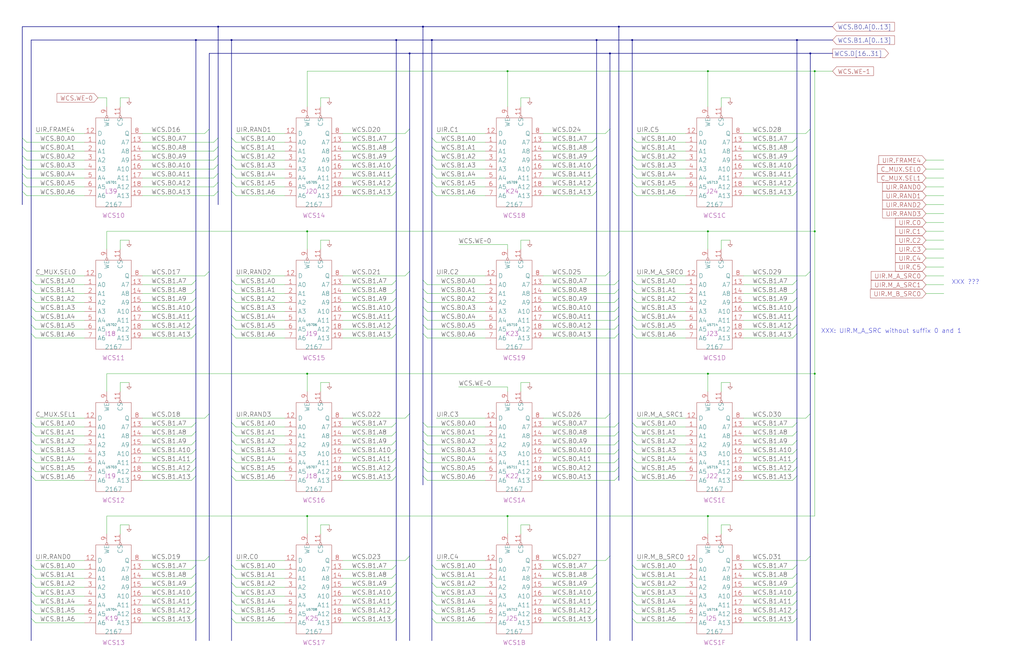
<source format=kicad_sch>
(kicad_sch (version 20250114) (generator "eeschema") (generator_version "9.0")
  (paper "User" 584.2 378.46)
  (title_block (title "WRITABLE CONTROL STORE\\nWCS BITS 16 to 31") (date "22-MAR-90") (rev "1.0") (comment 1 "VALUE") (comment 2 "232-003063") (comment 3 "S400") (comment 4 "RELEASED"))
  (text "XXX ???" (at 558.8 162.56 0) (effects (font (size 2.54 2.54)) (justify right bottom)))
  (text "XXX: UIR.M_A_SRC without suffix 0 and 1" (at 548.64 190.5 0) (effects (font (size 2.54 2.54)) (justify right bottom)))
  (junction (at 347.98 30.48))
  (junction (at 403.86 132.08))
  (junction (at 340.36 22.86))
  (junction (at 289.56 294.64))
  (junction (at 289.56 40.64))
  (junction (at 246.38 22.86))
  (junction (at 132.08 22.86))
  (junction (at 464.82 132.08))
  (junction (at 241.3 15.24))
  (junction (at 226.06 22.86))
  (junction (at 454.66 22.86))
  (junction (at 175.26 294.64))
  (junction (at 175.26 213.36))
  (junction (at 360.68 22.86))
  (junction (at 124.46 15.24))
  (junction (at 464.82 213.36))
  (junction (at 403.86 40.64))
  (junction (at 233.68 30.48))
  (junction (at 353.06 15.24))
  (junction (at 175.26 132.08))
  (junction (at 403.86 294.64))
  (junction (at 462.28 30.48))
  (junction (at 111.76 22.86))
  (junction (at 403.86 213.36))
  (junction (at 464.82 40.64))
  (bus_entry (at 226.06 332.74) (size -2.54 2.54))
  (bus_entry (at 246.38 104.14) (size 2.54 2.54))
  (bus_entry (at 132.08 241.3) (size 2.54 2.54))
  (bus_entry (at 360.68 83.82) (size 2.54 2.54))
  (bus_entry (at 12.7 109.22) (size 2.54 2.54))
  (bus_entry (at 17.78 271.78) (size 2.54 2.54))
  (bus_entry (at 246.38 109.22) (size 2.54 2.54))
  (bus_entry (at 132.08 78.74) (size 2.54 2.54))
  (bus_entry (at 340.36 347.98) (size -2.54 2.54))
  (bus_entry (at 340.36 88.9) (size -2.54 2.54))
  (bus_entry (at 454.66 88.9) (size -2.54 2.54))
  (bus_entry (at 17.78 342.9) (size 2.54 2.54))
  (bus_entry (at 360.68 251.46) (size 2.54 2.54))
  (bus_entry (at 454.66 337.82) (size -2.54 2.54))
  (bus_entry (at 241.3 160.02) (size 2.54 2.54))
  (bus_entry (at 246.38 337.82) (size 2.54 2.54))
  (bus_entry (at 347.98 236.22) (size -2.54 2.54))
  (bus_entry (at 454.66 332.74) (size -2.54 2.54))
  (bus_entry (at 340.36 353.06) (size -2.54 2.54))
  (bus_entry (at 454.66 185.42) (size -2.54 2.54))
  (bus_entry (at 360.68 337.82) (size 2.54 2.54))
  (bus_entry (at 17.78 170.18) (size 2.54 2.54))
  (bus_entry (at 226.06 190.5) (size -2.54 2.54))
  (bus_entry (at 132.08 266.7) (size 2.54 2.54))
  (bus_entry (at 119.38 154.94) (size -2.54 2.54))
  (bus_entry (at 241.3 251.46) (size 2.54 2.54))
  (bus_entry (at 12.7 93.98) (size 2.54 2.54))
  (bus_entry (at 226.06 271.78) (size -2.54 2.54))
  (bus_entry (at 241.3 241.3) (size 2.54 2.54))
  (bus_entry (at 124.46 104.14) (size -2.54 2.54))
  (bus_entry (at 360.68 327.66) (size 2.54 2.54))
  (bus_entry (at 132.08 165.1) (size 2.54 2.54))
  (bus_entry (at 360.68 332.74) (size 2.54 2.54))
  (bus_entry (at 111.76 175.26) (size -2.54 2.54))
  (bus_entry (at 17.78 190.5) (size 2.54 2.54))
  (bus_entry (at 226.06 246.38) (size -2.54 2.54))
  (bus_entry (at 226.06 93.98) (size -2.54 2.54))
  (bus_entry (at 246.38 332.74) (size 2.54 2.54))
  (bus_entry (at 360.68 353.06) (size 2.54 2.54))
  (bus_entry (at 360.68 88.9) (size 2.54 2.54))
  (bus_entry (at 360.68 175.26) (size 2.54 2.54))
  (bus_entry (at 111.76 327.66) (size -2.54 2.54))
  (bus_entry (at 340.36 332.74) (size -2.54 2.54))
  (bus_entry (at 353.06 261.62) (size -2.54 2.54))
  (bus_entry (at 17.78 322.58) (size 2.54 2.54))
  (bus_entry (at 360.68 78.74) (size 2.54 2.54))
  (bus_entry (at 360.68 342.9) (size 2.54 2.54))
  (bus_entry (at 111.76 322.58) (size -2.54 2.54))
  (bus_entry (at 17.78 337.82) (size 2.54 2.54))
  (bus_entry (at 132.08 246.38) (size 2.54 2.54))
  (bus_entry (at 226.06 175.26) (size -2.54 2.54))
  (bus_entry (at 340.36 104.14) (size -2.54 2.54))
  (bus_entry (at 119.38 73.66) (size -2.54 2.54))
  (bus_entry (at 132.08 261.62) (size 2.54 2.54))
  (bus_entry (at 111.76 165.1) (size -2.54 2.54))
  (bus_entry (at 360.68 99.06) (size 2.54 2.54))
  (bus_entry (at 340.36 93.98) (size -2.54 2.54))
  (bus_entry (at 111.76 246.38) (size -2.54 2.54))
  (bus_entry (at 226.06 256.54) (size -2.54 2.54))
  (bus_entry (at 454.66 256.54) (size -2.54 2.54))
  (bus_entry (at 132.08 88.9) (size 2.54 2.54))
  (bus_entry (at 340.36 109.22) (size -2.54 2.54))
  (bus_entry (at 226.06 99.06) (size -2.54 2.54))
  (bus_entry (at 111.76 241.3) (size -2.54 2.54))
  (bus_entry (at 132.08 353.06) (size 2.54 2.54))
  (bus_entry (at 360.68 160.02) (size 2.54 2.54))
  (bus_entry (at 226.06 88.9) (size -2.54 2.54))
  (bus_entry (at 226.06 109.22) (size -2.54 2.54))
  (bus_entry (at 454.66 271.78) (size -2.54 2.54))
  (bus_entry (at 353.06 246.38) (size -2.54 2.54))
  (bus_entry (at 454.66 347.98) (size -2.54 2.54))
  (bus_entry (at 132.08 83.82) (size 2.54 2.54))
  (bus_entry (at 226.06 322.58) (size -2.54 2.54))
  (bus_entry (at 111.76 170.18) (size -2.54 2.54))
  (bus_entry (at 226.06 337.82) (size -2.54 2.54))
  (bus_entry (at 454.66 327.66) (size -2.54 2.54))
  (bus_entry (at 111.76 190.5) (size -2.54 2.54))
  (bus_entry (at 132.08 251.46) (size 2.54 2.54))
  (bus_entry (at 246.38 78.74) (size 2.54 2.54))
  (bus_entry (at 454.66 322.58) (size -2.54 2.54))
  (bus_entry (at 454.66 175.26) (size -2.54 2.54))
  (bus_entry (at 111.76 261.62) (size -2.54 2.54))
  (bus_entry (at 226.06 251.46) (size -2.54 2.54))
  (bus_entry (at 347.98 73.66) (size -2.54 2.54))
  (bus_entry (at 124.46 99.06) (size -2.54 2.54))
  (bus_entry (at 17.78 165.1) (size 2.54 2.54))
  (bus_entry (at 353.06 160.02) (size -2.54 2.54))
  (bus_entry (at 226.06 78.74) (size -2.54 2.54))
  (bus_entry (at 246.38 83.82) (size 2.54 2.54))
  (bus_entry (at 360.68 266.7) (size 2.54 2.54))
  (bus_entry (at 17.78 353.06) (size 2.54 2.54))
  (bus_entry (at 119.38 236.22) (size -2.54 2.54))
  (bus_entry (at 340.36 99.06) (size -2.54 2.54))
  (bus_entry (at 17.78 180.34) (size 2.54 2.54))
  (bus_entry (at 462.28 236.22) (size -2.54 2.54))
  (bus_entry (at 119.38 317.5) (size -2.54 2.54))
  (bus_entry (at 246.38 99.06) (size 2.54 2.54))
  (bus_entry (at 246.38 88.9) (size 2.54 2.54))
  (bus_entry (at 454.66 165.1) (size -2.54 2.54))
  (bus_entry (at 226.06 83.82) (size -2.54 2.54))
  (bus_entry (at 111.76 353.06) (size -2.54 2.54))
  (bus_entry (at 226.06 353.06) (size -2.54 2.54))
  (bus_entry (at 226.06 327.66) (size -2.54 2.54))
  (bus_entry (at 111.76 266.7) (size -2.54 2.54))
  (bus_entry (at 111.76 256.54) (size -2.54 2.54))
  (bus_entry (at 360.68 246.38) (size 2.54 2.54))
  (bus_entry (at 132.08 175.26) (size 2.54 2.54))
  (bus_entry (at 226.06 180.34) (size -2.54 2.54))
  (bus_entry (at 347.98 317.5) (size -2.54 2.54))
  (bus_entry (at 360.68 241.3) (size 2.54 2.54))
  (bus_entry (at 17.78 246.38) (size 2.54 2.54))
  (bus_entry (at 17.78 175.26) (size 2.54 2.54))
  (bus_entry (at 132.08 337.82) (size 2.54 2.54))
  (bus_entry (at 17.78 256.54) (size 2.54 2.54))
  (bus_entry (at 347.98 154.94) (size -2.54 2.54))
  (bus_entry (at 111.76 347.98) (size -2.54 2.54))
  (bus_entry (at 111.76 332.74) (size -2.54 2.54))
  (bus_entry (at 353.06 271.78) (size -2.54 2.54))
  (bus_entry (at 124.46 88.9) (size -2.54 2.54))
  (bus_entry (at 17.78 241.3) (size 2.54 2.54))
  (bus_entry (at 233.68 236.22) (size -2.54 2.54))
  (bus_entry (at 226.06 342.9) (size -2.54 2.54))
  (bus_entry (at 353.06 170.18) (size -2.54 2.54))
  (bus_entry (at 353.06 190.5) (size -2.54 2.54))
  (bus_entry (at 241.3 165.1) (size 2.54 2.54))
  (bus_entry (at 353.06 241.3) (size -2.54 2.54))
  (bus_entry (at 132.08 160.02) (size 2.54 2.54))
  (bus_entry (at 17.78 327.66) (size 2.54 2.54))
  (bus_entry (at 111.76 337.82) (size -2.54 2.54))
  (bus_entry (at 360.68 104.14) (size 2.54 2.54))
  (bus_entry (at 454.66 160.02) (size -2.54 2.54))
  (bus_entry (at 226.06 347.98) (size -2.54 2.54))
  (bus_entry (at 12.7 104.14) (size 2.54 2.54))
  (bus_entry (at 454.66 109.22) (size -2.54 2.54))
  (bus_entry (at 17.78 251.46) (size 2.54 2.54))
  (bus_entry (at 226.06 170.18) (size -2.54 2.54))
  (bus_entry (at 226.06 160.02) (size -2.54 2.54))
  (bus_entry (at 111.76 342.9) (size -2.54 2.54))
  (bus_entry (at 454.66 104.14) (size -2.54 2.54))
  (bus_entry (at 132.08 342.9) (size 2.54 2.54))
  (bus_entry (at 132.08 190.5) (size 2.54 2.54))
  (bus_entry (at 360.68 170.18) (size 2.54 2.54))
  (bus_entry (at 226.06 241.3) (size -2.54 2.54))
  (bus_entry (at 241.3 256.54) (size 2.54 2.54))
  (bus_entry (at 454.66 93.98) (size -2.54 2.54))
  (bus_entry (at 353.06 165.1) (size -2.54 2.54))
  (bus_entry (at 454.66 342.9) (size -2.54 2.54))
  (bus_entry (at 111.76 251.46) (size -2.54 2.54))
  (bus_entry (at 12.7 88.9) (size 2.54 2.54))
  (bus_entry (at 124.46 93.98) (size -2.54 2.54))
  (bus_entry (at 340.36 337.82) (size -2.54 2.54))
  (bus_entry (at 124.46 83.82) (size -2.54 2.54))
  (bus_entry (at 360.68 322.58) (size 2.54 2.54))
  (bus_entry (at 226.06 165.1) (size -2.54 2.54))
  (bus_entry (at 340.36 342.9) (size -2.54 2.54))
  (bus_entry (at 111.76 185.42) (size -2.54 2.54))
  (bus_entry (at 241.3 190.5) (size 2.54 2.54))
  (bus_entry (at 132.08 109.22) (size 2.54 2.54))
  (bus_entry (at 241.3 175.26) (size 2.54 2.54))
  (bus_entry (at 353.06 185.42) (size -2.54 2.54))
  (bus_entry (at 241.3 246.38) (size 2.54 2.54))
  (bus_entry (at 246.38 353.06) (size 2.54 2.54))
  (bus_entry (at 17.78 261.62) (size 2.54 2.54))
  (bus_entry (at 246.38 327.66) (size 2.54 2.54))
  (bus_entry (at 233.68 154.94) (size -2.54 2.54))
  (bus_entry (at 360.68 93.98) (size 2.54 2.54))
  (bus_entry (at 454.66 246.38) (size -2.54 2.54))
  (bus_entry (at 124.46 109.22) (size -2.54 2.54))
  (bus_entry (at 360.68 180.34) (size 2.54 2.54))
  (bus_entry (at 132.08 170.18) (size 2.54 2.54))
  (bus_entry (at 454.66 241.3) (size -2.54 2.54))
  (bus_entry (at 353.06 251.46) (size -2.54 2.54))
  (bus_entry (at 454.66 170.18) (size -2.54 2.54))
  (bus_entry (at 12.7 99.06) (size 2.54 2.54))
  (bus_entry (at 454.66 180.34) (size -2.54 2.54))
  (bus_entry (at 132.08 327.66) (size 2.54 2.54))
  (bus_entry (at 454.66 251.46) (size -2.54 2.54))
  (bus_entry (at 454.66 99.06) (size -2.54 2.54))
  (bus_entry (at 246.38 322.58) (size 2.54 2.54))
  (bus_entry (at 340.36 78.74) (size -2.54 2.54))
  (bus_entry (at 17.78 185.42) (size 2.54 2.54))
  (bus_entry (at 353.06 256.54) (size -2.54 2.54))
  (bus_entry (at 132.08 322.58) (size 2.54 2.54))
  (bus_entry (at 132.08 256.54) (size 2.54 2.54))
  (bus_entry (at 226.06 266.7) (size -2.54 2.54))
  (bus_entry (at 124.46 78.74) (size -2.54 2.54))
  (bus_entry (at 226.06 185.42) (size -2.54 2.54))
  (bus_entry (at 241.3 180.34) (size 2.54 2.54))
  (bus_entry (at 246.38 347.98) (size 2.54 2.54))
  (bus_entry (at 353.06 175.26) (size -2.54 2.54))
  (bus_entry (at 353.06 266.7) (size -2.54 2.54))
  (bus_entry (at 132.08 99.06) (size 2.54 2.54))
  (bus_entry (at 462.28 73.66) (size -2.54 2.54))
  (bus_entry (at 111.76 180.34) (size -2.54 2.54))
  (bus_entry (at 360.68 185.42) (size 2.54 2.54))
  (bus_entry (at 353.06 180.34) (size -2.54 2.54))
  (bus_entry (at 246.38 342.9) (size 2.54 2.54))
  (bus_entry (at 360.68 271.78) (size 2.54 2.54))
  (bus_entry (at 111.76 160.02) (size -2.54 2.54))
  (bus_entry (at 132.08 104.14) (size 2.54 2.54))
  (bus_entry (at 454.66 266.7) (size -2.54 2.54))
  (bus_entry (at 360.68 261.62) (size 2.54 2.54))
  (bus_entry (at 12.7 78.74) (size 2.54 2.54))
  (bus_entry (at 132.08 180.34) (size 2.54 2.54))
  (bus_entry (at 132.08 347.98) (size 2.54 2.54))
  (bus_entry (at 360.68 347.98) (size 2.54 2.54))
  (bus_entry (at 17.78 160.02) (size 2.54 2.54))
  (bus_entry (at 454.66 353.06) (size -2.54 2.54))
  (bus_entry (at 132.08 332.74) (size 2.54 2.54))
  (bus_entry (at 241.3 261.62) (size 2.54 2.54))
  (bus_entry (at 233.68 317.5) (size -2.54 2.54))
  (bus_entry (at 454.66 83.82) (size -2.54 2.54))
  (bus_entry (at 233.68 73.66) (size -2.54 2.54))
  (bus_entry (at 132.08 93.98) (size 2.54 2.54))
  (bus_entry (at 241.3 266.7) (size 2.54 2.54))
  (bus_entry (at 340.36 83.82) (size -2.54 2.54))
  (bus_entry (at 462.28 317.5) (size -2.54 2.54))
  (bus_entry (at 360.68 256.54) (size 2.54 2.54))
  (bus_entry (at 360.68 165.1) (size 2.54 2.54))
  (bus_entry (at 340.36 322.58) (size -2.54 2.54))
  (bus_entry (at 17.78 332.74) (size 2.54 2.54))
  (bus_entry (at 454.66 261.62) (size -2.54 2.54))
  (bus_entry (at 340.36 327.66) (size -2.54 2.54))
  (bus_entry (at 241.3 271.78) (size 2.54 2.54))
  (bus_entry (at 226.06 104.14) (size -2.54 2.54))
  (bus_entry (at 226.06 261.62) (size -2.54 2.54))
  (bus_entry (at 111.76 271.78) (size -2.54 2.54))
  (bus_entry (at 132.08 271.78) (size 2.54 2.54))
  (bus_entry (at 360.68 190.5) (size 2.54 2.54))
  (bus_entry (at 132.08 185.42) (size 2.54 2.54))
  (bus_entry (at 246.38 93.98) (size 2.54 2.54))
  (bus_entry (at 17.78 347.98) (size 2.54 2.54))
  (bus_entry (at 17.78 266.7) (size 2.54 2.54))
  (bus_entry (at 241.3 185.42) (size 2.54 2.54))
  (bus_entry (at 360.68 109.22) (size 2.54 2.54))
  (bus_entry (at 462.28 154.94) (size -2.54 2.54))
  (bus_entry (at 454.66 78.74) (size -2.54 2.54))
  (bus_entry (at 454.66 190.5) (size -2.54 2.54))
  (bus_entry (at 241.3 170.18) (size 2.54 2.54))
  (bus_entry (at 12.7 83.82) (size 2.54 2.54))
  (wire (pts (xy 195.58 269.24) (xy 223.52 269.24)))
  (wire (pts (xy 424.18 335.28) (xy 452.12 335.28)))
  (bus (pts (xy 353.06 261.62) (xy 353.06 266.7)))
  (bus (pts (xy 360.68 160.02) (xy 360.68 165.1)))
  (wire (pts (xy 424.18 111.76) (xy 452.12 111.76)))
  (wire (pts (xy 363.22 157.48) (xy 391.16 157.48)))
  (bus (pts (xy 12.7 78.74) (xy 12.7 83.82)))
  (wire (pts (xy 195.58 187.96) (xy 223.52 187.96)))
  (bus (pts (xy 246.38 342.9) (xy 246.38 347.98)))
  (wire (pts (xy 302.26 218.44) (xy 297.18 218.44)))
  (wire (pts (xy 81.28 269.24) (xy 109.22 269.24)))
  (bus (pts (xy 241.3 15.24) (xy 124.46 15.24)))
  (wire (pts (xy 309.88 106.68) (xy 337.82 106.68)))
  (wire (pts (xy 464.82 40.64) (xy 474.98 40.64)))
  (wire (pts (xy 424.18 177.8) (xy 452.12 177.8)))
  (wire (pts (xy 81.28 238.76) (xy 116.84 238.76)))
  (wire (pts (xy 363.22 91.44) (xy 391.16 91.44)))
  (bus (pts (xy 226.06 332.74) (xy 226.06 337.82)))
  (bus (pts (xy 132.08 109.22) (xy 132.08 160.02)))
  (bus (pts (xy 12.7 109.22) (xy 12.7 116.84)))
  (bus (pts (xy 226.06 93.98) (xy 226.06 99.06)))
  (bus (pts (xy 111.76 353.06) (xy 111.76 365.76)))
  (wire (pts (xy 309.88 193.04) (xy 350.52 193.04)))
  (wire (pts (xy 134.62 96.52) (xy 162.56 96.52)))
  (bus (pts (xy 347.98 30.48) (xy 462.28 30.48)))
  (bus (pts (xy 340.36 83.82) (xy 340.36 88.9)))
  (bus (pts (xy 462.28 73.66) (xy 462.28 154.94)))
  (wire (pts (xy 134.62 340.36) (xy 162.56 340.36)))
  (wire (pts (xy 73.66 218.44) (xy 68.58 218.44)))
  (wire (pts (xy 20.32 269.24) (xy 48.26 269.24)))
  (bus (pts (xy 17.78 241.3) (xy 17.78 246.38)))
  (wire (pts (xy 363.22 330.2) (xy 391.16 330.2)))
  (wire (pts (xy 248.92 325.12) (xy 276.86 325.12)))
  (bus (pts (xy 124.46 88.9) (xy 124.46 93.98)))
  (bus (pts (xy 241.3 241.3) (xy 241.3 246.38)))
  (wire (pts (xy 528.32 132.08) (xy 538.48 132.08)))
  (bus (pts (xy 132.08 104.14) (xy 132.08 109.22)))
  (wire (pts (xy 81.28 157.48) (xy 116.84 157.48)))
  (wire (pts (xy 60.96 55.88) (xy 60.96 60.96)))
  (wire (pts (xy 248.92 157.48) (xy 276.86 157.48)))
  (bus (pts (xy 360.68 22.86) (xy 454.66 22.86)))
  (bus (pts (xy 226.06 22.86) (xy 226.06 78.74)))
  (wire (pts (xy 424.18 264.16) (xy 452.12 264.16)))
  (wire (pts (xy 363.22 238.76) (xy 391.16 238.76)))
  (bus (pts (xy 353.06 246.38) (xy 353.06 251.46)))
  (wire (pts (xy 20.32 254) (xy 48.26 254)))
  (wire (pts (xy 248.92 96.52) (xy 276.86 96.52)))
  (wire (pts (xy 528.32 106.68) (xy 538.48 106.68)))
  (wire (pts (xy 528.32 157.48) (xy 538.48 157.48)))
  (bus (pts (xy 347.98 154.94) (xy 347.98 236.22)))
  (bus (pts (xy 353.06 175.26) (xy 353.06 180.34)))
  (wire (pts (xy 195.58 86.36) (xy 223.52 86.36)))
  (wire (pts (xy 424.18 259.08) (xy 452.12 259.08)))
  (bus (pts (xy 226.06 170.18) (xy 226.06 175.26)))
  (bus (pts (xy 454.66 246.38) (xy 454.66 251.46)))
  (bus (pts (xy 340.36 337.82) (xy 340.36 342.9)))
  (wire (pts (xy 289.56 40.64) (xy 403.86 40.64)))
  (wire (pts (xy 81.28 172.72) (xy 109.22 172.72)))
  (bus (pts (xy 360.68 251.46) (xy 360.68 256.54)))
  (bus (pts (xy 353.06 160.02) (xy 353.06 165.1)))
  (bus (pts (xy 132.08 332.74) (xy 132.08 337.82)))
  (bus (pts (xy 226.06 266.7) (xy 226.06 271.78)))
  (bus (pts (xy 454.66 93.98) (xy 454.66 99.06)))
  (wire (pts (xy 363.22 254) (xy 391.16 254)))
  (wire (pts (xy 20.32 320.04) (xy 48.26 320.04)))
  (wire (pts (xy 363.22 177.8) (xy 391.16 177.8)))
  (wire (pts (xy 464.82 40.64) (xy 464.82 132.08)))
  (bus (pts (xy 233.68 73.66) (xy 233.68 154.94)))
  (bus (pts (xy 246.38 322.58) (xy 246.38 327.66)))
  (wire (pts (xy 309.88 96.52) (xy 337.82 96.52)))
  (wire (pts (xy 403.86 132.08) (xy 403.86 142.24)))
  (wire (pts (xy 175.26 40.64) (xy 289.56 40.64)))
  (bus (pts (xy 347.98 317.5) (xy 347.98 365.76)))
  (wire (pts (xy 297.18 218.44) (xy 297.18 223.52)))
  (wire (pts (xy 528.32 152.4) (xy 538.48 152.4)))
  (wire (pts (xy 309.88 86.36) (xy 337.82 86.36)))
  (bus (pts (xy 132.08 190.5) (xy 132.08 241.3)))
  (wire (pts (xy 289.56 40.64) (xy 289.56 60.96)))
  (wire (pts (xy 464.82 213.36) (xy 464.82 294.64)))
  (bus (pts (xy 132.08 266.7) (xy 132.08 271.78)))
  (wire (pts (xy 363.22 96.52) (xy 391.16 96.52)))
  (wire (pts (xy 411.48 299.72) (xy 411.48 304.8)))
  (wire (pts (xy 309.88 264.16) (xy 350.52 264.16)))
  (wire (pts (xy 195.58 96.52) (xy 223.52 96.52)))
  (bus (pts (xy 124.46 93.98) (xy 124.46 99.06)))
  (bus (pts (xy 462.28 30.48) (xy 474.98 30.48)))
  (bus (pts (xy 340.36 78.74) (xy 340.36 83.82)))
  (bus (pts (xy 226.06 175.26) (xy 226.06 180.34)))
  (wire (pts (xy 424.18 76.2) (xy 459.74 76.2)))
  (bus (pts (xy 360.68 266.7) (xy 360.68 271.78)))
  (wire (pts (xy 134.62 76.2) (xy 162.56 76.2)))
  (bus (pts (xy 462.28 154.94) (xy 462.28 236.22)))
  (bus (pts (xy 111.76 185.42) (xy 111.76 190.5)))
  (bus (pts (xy 111.76 271.78) (xy 111.76 322.58)))
  (wire (pts (xy 411.48 55.88) (xy 411.48 60.96)))
  (wire (pts (xy 363.22 259.08) (xy 391.16 259.08)))
  (bus (pts (xy 360.68 104.14) (xy 360.68 109.22)))
  (wire (pts (xy 424.18 320.04) (xy 459.74 320.04)))
  (bus (pts (xy 353.06 15.24) (xy 241.3 15.24)))
  (wire (pts (xy 195.58 111.76) (xy 223.52 111.76)))
  (bus (pts (xy 124.46 109.22) (xy 124.46 116.84)))
  (bus (pts (xy 454.66 327.66) (xy 454.66 332.74)))
  (bus (pts (xy 454.66 271.78) (xy 454.66 322.58)))
  (wire (pts (xy 243.84 172.72) (xy 276.86 172.72)))
  (wire (pts (xy 81.28 320.04) (xy 116.84 320.04)))
  (bus (pts (xy 226.06 251.46) (xy 226.06 256.54)))
  (bus (pts (xy 111.76 322.58) (xy 111.76 327.66)))
  (wire (pts (xy 243.84 274.32) (xy 276.86 274.32)))
  (bus (pts (xy 246.38 353.06) (xy 246.38 365.76)))
  (bus (pts (xy 132.08 246.38) (xy 132.08 251.46)))
  (wire (pts (xy 424.18 162.56) (xy 452.12 162.56)))
  (wire (pts (xy 464.82 132.08) (xy 464.82 213.36)))
  (wire (pts (xy 424.18 187.96) (xy 452.12 187.96)))
  (wire (pts (xy 20.32 177.8) (xy 48.26 177.8)))
  (bus (pts (xy 132.08 165.1) (xy 132.08 170.18)))
  (wire (pts (xy 81.28 111.76) (xy 121.92 111.76)))
  (wire (pts (xy 195.58 355.6) (xy 223.52 355.6)))
  (wire (pts (xy 195.58 320.04) (xy 231.14 320.04)))
  (bus (pts (xy 17.78 353.06) (xy 17.78 365.76)))
  (wire (pts (xy 302.26 137.16) (xy 297.18 137.16)))
  (bus (pts (xy 340.36 93.98) (xy 340.36 99.06)))
  (wire (pts (xy 424.18 243.84) (xy 452.12 243.84)))
  (wire (pts (xy 81.28 177.8) (xy 109.22 177.8)))
  (wire (pts (xy 309.88 325.12) (xy 337.82 325.12)))
  (bus (pts (xy 246.38 83.82) (xy 246.38 88.9)))
  (bus (pts (xy 111.76 251.46) (xy 111.76 256.54)))
  (bus (pts (xy 17.78 347.98) (xy 17.78 353.06)))
  (wire (pts (xy 20.32 330.2) (xy 48.26 330.2)))
  (bus (pts (xy 132.08 271.78) (xy 132.08 322.58)))
  (wire (pts (xy 81.28 187.96) (xy 109.22 187.96)))
  (bus (pts (xy 233.68 317.5) (xy 233.68 365.76)))
  (wire (pts (xy 81.28 259.08) (xy 109.22 259.08)))
  (wire (pts (xy 248.92 335.28) (xy 276.86 335.28)))
  (wire (pts (xy 182.88 55.88) (xy 182.88 60.96)))
  (wire (pts (xy 20.32 182.88) (xy 48.26 182.88)))
  (bus (pts (xy 226.06 271.78) (xy 226.06 322.58)))
  (wire (pts (xy 195.58 259.08) (xy 223.52 259.08)))
  (wire (pts (xy 134.62 350.52) (xy 162.56 350.52)))
  (wire (pts (xy 20.32 238.76) (xy 48.26 238.76)))
  (bus (pts (xy 340.36 332.74) (xy 340.36 337.82)))
  (wire (pts (xy 309.88 330.2) (xy 337.82 330.2)))
  (wire (pts (xy 81.28 91.44) (xy 121.92 91.44)))
  (bus (pts (xy 132.08 241.3) (xy 132.08 246.38)))
  (wire (pts (xy 81.28 193.04) (xy 109.22 193.04)))
  (wire (pts (xy 15.24 96.52) (xy 48.26 96.52)))
  (bus (pts (xy 340.36 109.22) (xy 340.36 322.58)))
  (bus (pts (xy 353.06 271.78) (xy 353.06 274.32)))
  (wire (pts (xy 248.92 340.36) (xy 276.86 340.36)))
  (bus (pts (xy 226.06 322.58) (xy 226.06 327.66)))
  (bus (pts (xy 241.3 266.7) (xy 241.3 271.78)))
  (bus (pts (xy 226.06 246.38) (xy 226.06 251.46)))
  (wire (pts (xy 248.92 238.76) (xy 276.86 238.76)))
  (wire (pts (xy 81.28 330.2) (xy 109.22 330.2)))
  (wire (pts (xy 297.18 137.16) (xy 297.18 142.24)))
  (wire (pts (xy 81.28 325.12) (xy 109.22 325.12)))
  (bus (pts (xy 17.78 246.38) (xy 17.78 251.46)))
  (bus (pts (xy 360.68 88.9) (xy 360.68 93.98)))
  (wire (pts (xy 363.22 355.6) (xy 391.16 355.6)))
  (wire (pts (xy 261.62 139.7) (xy 289.56 139.7)))
  (bus (pts (xy 226.06 165.1) (xy 226.06 170.18)))
  (bus (pts (xy 111.76 180.34) (xy 111.76 185.42)))
  (wire (pts (xy 81.28 248.92) (xy 109.22 248.92)))
  (bus (pts (xy 111.76 266.7) (xy 111.76 271.78)))
  (bus (pts (xy 454.66 261.62) (xy 454.66 266.7)))
  (wire (pts (xy 309.88 101.6) (xy 337.82 101.6)))
  (wire (pts (xy 528.32 162.56) (xy 538.48 162.56)))
  (wire (pts (xy 248.92 320.04) (xy 276.86 320.04)))
  (bus (pts (xy 12.7 15.24) (xy 124.46 15.24)))
  (bus (pts (xy 132.08 322.58) (xy 132.08 327.66)))
  (bus (pts (xy 353.06 15.24) (xy 353.06 160.02)))
  (bus (pts (xy 111.76 22.86) (xy 132.08 22.86)))
  (bus (pts (xy 226.06 342.9) (xy 226.06 347.98)))
  (bus (pts (xy 124.46 104.14) (xy 124.46 109.22)))
  (wire (pts (xy 411.48 137.16) (xy 411.48 142.24)))
  (bus (pts (xy 233.68 154.94) (xy 233.68 236.22)))
  (bus (pts (xy 111.76 261.62) (xy 111.76 266.7)))
  (wire (pts (xy 309.88 76.2) (xy 345.44 76.2)))
  (wire (pts (xy 195.58 76.2) (xy 231.14 76.2)))
  (wire (pts (xy 363.22 345.44) (xy 391.16 345.44)))
  (wire (pts (xy 134.62 157.48) (xy 162.56 157.48)))
  (bus (pts (xy 340.36 353.06) (xy 340.36 365.76)))
  (wire (pts (xy 134.62 243.84) (xy 162.56 243.84)))
  (bus (pts (xy 119.38 30.48) (xy 233.68 30.48)))
  (bus (pts (xy 111.76 256.54) (xy 111.76 261.62)))
  (bus (pts (xy 454.66 241.3) (xy 454.66 246.38)))
  (wire (pts (xy 60.96 213.36) (xy 60.96 223.52)))
  (wire (pts (xy 309.88 177.8) (xy 350.52 177.8)))
  (wire (pts (xy 81.28 76.2) (xy 116.84 76.2)))
  (wire (pts (xy 134.62 320.04) (xy 162.56 320.04)))
  (wire (pts (xy 424.18 157.48) (xy 459.74 157.48)))
  (wire (pts (xy 134.62 81.28) (xy 162.56 81.28)))
  (wire (pts (xy 309.88 355.6) (xy 337.82 355.6)))
  (wire (pts (xy 243.84 177.8) (xy 276.86 177.8)))
  (wire (pts (xy 309.88 259.08) (xy 350.52 259.08)))
  (wire (pts (xy 195.58 238.76) (xy 231.14 238.76)))
  (wire (pts (xy 195.58 330.2) (xy 223.52 330.2)))
  (wire (pts (xy 289.56 294.64) (xy 175.26 294.64)))
  (bus (pts (xy 226.06 88.9) (xy 226.06 93.98)))
  (wire (pts (xy 20.32 345.44) (xy 48.26 345.44)))
  (wire (pts (xy 363.22 81.28) (xy 391.16 81.28)))
  (wire (pts (xy 363.22 106.68) (xy 391.16 106.68)))
  (wire (pts (xy 309.88 172.72) (xy 350.52 172.72)))
  (wire (pts (xy 20.32 355.6) (xy 48.26 355.6)))
  (bus (pts (xy 454.66 337.82) (xy 454.66 342.9)))
  (wire (pts (xy 528.32 127) (xy 538.48 127)))
  (wire (pts (xy 134.62 269.24) (xy 162.56 269.24)))
  (wire (pts (xy 20.32 76.2) (xy 48.26 76.2)))
  (wire (pts (xy 528.32 137.16) (xy 538.48 137.16)))
  (wire (pts (xy 195.58 162.56) (xy 223.52 162.56)))
  (bus (pts (xy 340.36 104.14) (xy 340.36 109.22)))
  (bus (pts (xy 226.06 180.34) (xy 226.06 185.42)))
  (wire (pts (xy 195.58 167.64) (xy 223.52 167.64)))
  (wire (pts (xy 363.22 335.28) (xy 391.16 335.28)))
  (wire (pts (xy 81.28 340.36) (xy 109.22 340.36)))
  (bus (pts (xy 241.3 180.34) (xy 241.3 185.42)))
  (wire (pts (xy 20.32 350.52) (xy 48.26 350.52)))
  (wire (pts (xy 20.32 325.12) (xy 48.26 325.12)))
  (bus (pts (xy 360.68 99.06) (xy 360.68 104.14)))
  (wire (pts (xy 403.86 294.64) (xy 403.86 304.8)))
  (wire (pts (xy 528.32 111.76) (xy 538.48 111.76)))
  (wire (pts (xy 195.58 248.92) (xy 223.52 248.92)))
  (wire (pts (xy 243.84 162.56) (xy 276.86 162.56)))
  (bus (pts (xy 132.08 175.26) (xy 132.08 180.34)))
  (wire (pts (xy 134.62 162.56) (xy 162.56 162.56)))
  (bus (pts (xy 111.76 342.9) (xy 111.76 347.98)))
  (bus (pts (xy 454.66 22.86) (xy 474.98 22.86)))
  (bus (pts (xy 132.08 261.62) (xy 132.08 266.7)))
  (bus (pts (xy 17.78 271.78) (xy 17.78 322.58)))
  (bus (pts (xy 17.78 175.26) (xy 17.78 180.34)))
  (bus (pts (xy 226.06 327.66) (xy 226.06 332.74)))
  (bus (pts (xy 353.06 180.34) (xy 353.06 185.42)))
  (bus (pts (xy 111.76 190.5) (xy 111.76 241.3)))
  (bus (pts (xy 12.7 83.82) (xy 12.7 88.9)))
  (bus (pts (xy 360.68 175.26) (xy 360.68 180.34)))
  (wire (pts (xy 261.62 220.98) (xy 289.56 220.98)))
  (wire (pts (xy 20.32 259.08) (xy 48.26 259.08)))
  (wire (pts (xy 309.88 350.52) (xy 337.82 350.52)))
  (bus (pts (xy 17.78 332.74) (xy 17.78 337.82)))
  (bus (pts (xy 119.38 73.66) (xy 119.38 154.94)))
  (bus (pts (xy 454.66 322.58) (xy 454.66 327.66)))
  (bus (pts (xy 111.76 327.66) (xy 111.76 332.74)))
  (wire (pts (xy 81.28 81.28) (xy 121.92 81.28)))
  (bus (pts (xy 226.06 22.86) (xy 246.38 22.86)))
  (bus (pts (xy 226.06 160.02) (xy 226.06 165.1)))
  (bus (pts (xy 340.36 322.58) (xy 340.36 327.66)))
  (bus (pts (xy 360.68 322.58) (xy 360.68 327.66)))
  (bus (pts (xy 132.08 88.9) (xy 132.08 93.98)))
  (bus (pts (xy 17.78 342.9) (xy 17.78 347.98)))
  (bus (pts (xy 454.66 180.34) (xy 454.66 185.42)))
  (wire (pts (xy 20.32 167.64) (xy 48.26 167.64)))
  (bus (pts (xy 246.38 332.74) (xy 246.38 337.82)))
  (wire (pts (xy 73.66 55.88) (xy 68.58 55.88)))
  (wire (pts (xy 175.26 294.64) (xy 60.96 294.64)))
  (wire (pts (xy 81.28 106.68) (xy 121.92 106.68)))
  (bus (pts (xy 360.68 180.34) (xy 360.68 185.42)))
  (wire (pts (xy 248.92 111.76) (xy 276.86 111.76)))
  (wire (pts (xy 528.32 101.6) (xy 538.48 101.6)))
  (bus (pts (xy 360.68 353.06) (xy 360.68 365.76)))
  (wire (pts (xy 60.96 132.08) (xy 175.26 132.08)))
  (bus (pts (xy 233.68 30.48) (xy 347.98 30.48)))
  (wire (pts (xy 363.22 167.64) (xy 391.16 167.64)))
  (wire (pts (xy 195.58 177.8) (xy 223.52 177.8)))
  (wire (pts (xy 195.58 157.48) (xy 231.14 157.48)))
  (wire (pts (xy 20.32 157.48) (xy 48.26 157.48)))
  (wire (pts (xy 60.96 294.64) (xy 60.96 304.8)))
  (wire (pts (xy 73.66 299.72) (xy 68.58 299.72)))
  (bus (pts (xy 454.66 88.9) (xy 454.66 93.98)))
  (wire (pts (xy 15.24 106.68) (xy 48.26 106.68)))
  (wire (pts (xy 363.22 350.52) (xy 391.16 350.52)))
  (bus (pts (xy 226.06 261.62) (xy 226.06 266.7)))
  (wire (pts (xy 134.62 172.72) (xy 162.56 172.72)))
  (wire (pts (xy 302.26 299.72) (xy 297.18 299.72)))
  (bus (pts (xy 454.66 83.82) (xy 454.66 88.9)))
  (wire (pts (xy 363.22 76.2) (xy 391.16 76.2)))
  (wire (pts (xy 134.62 248.92) (xy 162.56 248.92)))
  (wire (pts (xy 424.18 101.6) (xy 452.12 101.6)))
  (bus (pts (xy 246.38 347.98) (xy 246.38 353.06)))
  (bus (pts (xy 226.06 347.98) (xy 226.06 353.06)))
  (wire (pts (xy 363.22 248.92) (xy 391.16 248.92)))
  (bus (pts (xy 119.38 30.48) (xy 119.38 73.66)))
  (wire (pts (xy 187.96 218.44) (xy 182.88 218.44)))
  (wire (pts (xy 73.66 137.16) (xy 68.58 137.16)))
  (bus (pts (xy 246.38 99.06) (xy 246.38 104.14)))
  (bus (pts (xy 119.38 317.5) (xy 119.38 365.76)))
  (wire (pts (xy 363.22 193.04) (xy 391.16 193.04)))
  (wire (pts (xy 363.22 187.96) (xy 391.16 187.96)))
  (wire (pts (xy 416.56 55.88) (xy 411.48 55.88)))
  (wire (pts (xy 528.32 121.92) (xy 538.48 121.92)))
  (bus (pts (xy 360.68 93.98) (xy 360.68 99.06)))
  (bus (pts (xy 347.98 236.22) (xy 347.98 317.5)))
  (bus (pts (xy 353.06 185.42) (xy 353.06 190.5)))
  (wire (pts (xy 195.58 254) (xy 223.52 254)))
  (bus (pts (xy 226.06 99.06) (xy 226.06 104.14)))
  (bus (pts (xy 462.28 317.5) (xy 462.28 365.76)))
  (wire (pts (xy 363.22 274.32) (xy 391.16 274.32)))
  (wire (pts (xy 464.82 294.64) (xy 403.86 294.64)))
  (wire (pts (xy 175.26 132.08) (xy 175.26 142.24)))
  (wire (pts (xy 195.58 106.68) (xy 223.52 106.68)))
  (bus (pts (xy 226.06 78.74) (xy 226.06 83.82)))
  (wire (pts (xy 68.58 218.44) (xy 68.58 223.52)))
  (wire (pts (xy 243.84 269.24) (xy 276.86 269.24)))
  (bus (pts (xy 132.08 353.06) (xy 132.08 365.76)))
  (wire (pts (xy 309.88 162.56) (xy 350.52 162.56)))
  (wire (pts (xy 134.62 345.44) (xy 162.56 345.44)))
  (bus (pts (xy 454.66 251.46) (xy 454.66 256.54)))
  (wire (pts (xy 297.18 55.88) (xy 297.18 60.96)))
  (bus (pts (xy 132.08 99.06) (xy 132.08 104.14)))
  (wire (pts (xy 424.18 248.92) (xy 452.12 248.92)))
  (wire (pts (xy 309.88 320.04) (xy 345.44 320.04)))
  (wire (pts (xy 81.28 274.32) (xy 109.22 274.32)))
  (bus (pts (xy 241.3 175.26) (xy 241.3 180.34)))
  (wire (pts (xy 363.22 101.6) (xy 391.16 101.6)))
  (bus (pts (xy 241.3 246.38) (xy 241.3 251.46)))
  (wire (pts (xy 248.92 345.44) (xy 276.86 345.44)))
  (wire (pts (xy 182.88 218.44) (xy 182.88 223.52)))
  (wire (pts (xy 243.84 259.08) (xy 276.86 259.08)))
  (bus (pts (xy 17.78 180.34) (xy 17.78 185.42)))
  (bus (pts (xy 132.08 256.54) (xy 132.08 261.62)))
  (bus (pts (xy 226.06 241.3) (xy 226.06 246.38)))
  (bus (pts (xy 17.78 266.7) (xy 17.78 271.78)))
  (wire (pts (xy 81.28 86.36) (xy 121.92 86.36)))
  (wire (pts (xy 297.18 299.72) (xy 297.18 304.8)))
  (wire (pts (xy 195.58 325.12) (xy 223.52 325.12)))
  (bus (pts (xy 124.46 15.24) (xy 124.46 78.74)))
  (wire (pts (xy 195.58 264.16) (xy 223.52 264.16)))
  (wire (pts (xy 134.62 274.32) (xy 162.56 274.32)))
  (bus (pts (xy 226.06 190.5) (xy 226.06 241.3)))
  (bus (pts (xy 360.68 170.18) (xy 360.68 175.26)))
  (wire (pts (xy 424.18 269.24) (xy 452.12 269.24)))
  (wire (pts (xy 195.58 81.28) (xy 223.52 81.28)))
  (bus (pts (xy 246.38 104.14) (xy 246.38 109.22)))
  (wire (pts (xy 243.84 254) (xy 276.86 254)))
  (bus (pts (xy 454.66 266.7) (xy 454.66 271.78)))
  (wire (pts (xy 20.32 264.16) (xy 48.26 264.16)))
  (wire (pts (xy 416.56 299.72) (xy 411.48 299.72)))
  (wire (pts (xy 195.58 91.44) (xy 223.52 91.44)))
  (bus (pts (xy 132.08 337.82) (xy 132.08 342.9)))
  (wire (pts (xy 363.22 111.76) (xy 391.16 111.76)))
  (wire (pts (xy 309.88 187.96) (xy 350.52 187.96)))
  (wire (pts (xy 81.28 182.88) (xy 109.22 182.88)))
  (wire (pts (xy 424.18 106.68) (xy 452.12 106.68)))
  (wire (pts (xy 81.28 96.52) (xy 121.92 96.52)))
  (wire (pts (xy 195.58 335.28) (xy 223.52 335.28)))
  (wire (pts (xy 243.84 264.16) (xy 276.86 264.16)))
  (wire (pts (xy 20.32 162.56) (xy 48.26 162.56)))
  (wire (pts (xy 309.88 243.84) (xy 350.52 243.84)))
  (wire (pts (xy 528.32 91.44) (xy 538.48 91.44)))
  (wire (pts (xy 309.88 254) (xy 350.52 254)))
  (bus (pts (xy 226.06 109.22) (xy 226.06 160.02)))
  (bus (pts (xy 132.08 22.86) (xy 132.08 78.74)))
  (wire (pts (xy 60.96 213.36) (xy 175.26 213.36)))
  (wire (pts (xy 424.18 167.64) (xy 452.12 167.64)))
  (bus (pts (xy 226.06 104.14) (xy 226.06 109.22)))
  (bus (pts (xy 340.36 342.9) (xy 340.36 347.98)))
  (bus (pts (xy 347.98 30.48) (xy 347.98 73.66)))
  (wire (pts (xy 195.58 101.6) (xy 223.52 101.6)))
  (wire (pts (xy 424.18 325.12) (xy 452.12 325.12)))
  (bus (pts (xy 17.78 185.42) (xy 17.78 190.5)))
  (wire (pts (xy 424.18 86.36) (xy 452.12 86.36)))
  (wire (pts (xy 309.88 248.92) (xy 350.52 248.92)))
  (bus (pts (xy 360.68 327.66) (xy 360.68 332.74)))
  (wire (pts (xy 528.32 116.84) (xy 538.48 116.84)))
  (bus (pts (xy 360.68 332.74) (xy 360.68 337.82)))
  (wire (pts (xy 55.88 55.88) (xy 60.96 55.88)))
  (wire (pts (xy 248.92 86.36) (xy 276.86 86.36)))
  (bus (pts (xy 241.3 170.18) (xy 241.3 175.26)))
  (wire (pts (xy 416.56 218.44) (xy 411.48 218.44)))
  (bus (pts (xy 111.76 160.02) (xy 111.76 165.1)))
  (wire (pts (xy 248.92 106.68) (xy 276.86 106.68)))
  (bus (pts (xy 17.78 165.1) (xy 17.78 170.18)))
  (wire (pts (xy 20.32 193.04) (xy 48.26 193.04)))
  (wire (pts (xy 81.28 335.28) (xy 109.22 335.28)))
  (wire (pts (xy 309.88 182.88) (xy 350.52 182.88)))
  (bus (pts (xy 241.3 271.78) (xy 241.3 276.86)))
  (wire (pts (xy 289.56 139.7) (xy 289.56 142.24)))
  (wire (pts (xy 134.62 193.04) (xy 162.56 193.04)))
  (wire (pts (xy 424.18 345.44) (xy 452.12 345.44)))
  (wire (pts (xy 243.84 187.96) (xy 276.86 187.96)))
  (bus (pts (xy 246.38 327.66) (xy 246.38 332.74)))
  (bus (pts (xy 454.66 22.86) (xy 454.66 78.74)))
  (wire (pts (xy 81.28 254) (xy 109.22 254)))
  (wire (pts (xy 175.26 40.64) (xy 175.26 60.96)))
  (wire (pts (xy 309.88 91.44) (xy 337.82 91.44)))
  (wire (pts (xy 424.18 172.72) (xy 452.12 172.72)))
  (wire (pts (xy 289.56 220.98) (xy 289.56 223.52)))
  (wire (pts (xy 134.62 167.64) (xy 162.56 167.64)))
  (bus (pts (xy 454.66 165.1) (xy 454.66 170.18)))
  (bus (pts (xy 132.08 22.86) (xy 226.06 22.86)))
  (wire (pts (xy 416.56 137.16) (xy 411.48 137.16)))
  (bus (pts (xy 360.68 190.5) (xy 360.68 241.3)))
  (bus (pts (xy 360.68 165.1) (xy 360.68 170.18)))
  (bus (pts (xy 454.66 160.02) (xy 454.66 165.1)))
  (bus (pts (xy 454.66 347.98) (xy 454.66 353.06)))
  (bus (pts (xy 454.66 170.18) (xy 454.66 175.26)))
  (bus (pts (xy 340.36 22.86) (xy 340.36 78.74)))
  (wire (pts (xy 363.22 320.04) (xy 391.16 320.04)))
  (bus (pts (xy 241.3 15.24) (xy 241.3 160.02)))
  (wire (pts (xy 309.88 238.76) (xy 345.44 238.76)))
  (bus (pts (xy 132.08 347.98) (xy 132.08 353.06)))
  (wire (pts (xy 243.84 243.84) (xy 276.86 243.84)))
  (wire (pts (xy 134.62 335.28) (xy 162.56 335.28)))
  (bus (pts (xy 360.68 271.78) (xy 360.68 322.58)))
  (bus (pts (xy 17.78 160.02) (xy 17.78 165.1)))
  (wire (pts (xy 195.58 243.84) (xy 223.52 243.84)))
  (wire (pts (xy 81.28 101.6) (xy 121.92 101.6)))
  (wire (pts (xy 60.96 132.08) (xy 60.96 142.24)))
  (wire (pts (xy 403.86 294.64) (xy 289.56 294.64)))
  (wire (pts (xy 175.26 294.64) (xy 175.26 304.8)))
  (wire (pts (xy 134.62 238.76) (xy 162.56 238.76)))
  (wire (pts (xy 175.26 132.08) (xy 403.86 132.08)))
  (bus (pts (xy 132.08 342.9) (xy 132.08 347.98)))
  (wire (pts (xy 134.62 187.96) (xy 162.56 187.96)))
  (wire (pts (xy 134.62 86.36) (xy 162.56 86.36)))
  (wire (pts (xy 20.32 243.84) (xy 48.26 243.84)))
  (wire (pts (xy 68.58 137.16) (xy 68.58 142.24)))
  (wire (pts (xy 195.58 340.36) (xy 223.52 340.36)))
  (wire (pts (xy 248.92 355.6) (xy 276.86 355.6)))
  (bus (pts (xy 12.7 93.98) (xy 12.7 99.06)))
  (wire (pts (xy 195.58 350.52) (xy 223.52 350.52)))
  (bus (pts (xy 241.3 256.54) (xy 241.3 261.62)))
  (bus (pts (xy 454.66 185.42) (xy 454.66 190.5)))
  (wire (pts (xy 309.88 335.28) (xy 337.82 335.28)))
  (wire (pts (xy 424.18 355.6) (xy 452.12 355.6)))
  (wire (pts (xy 243.84 248.92) (xy 276.86 248.92)))
  (bus (pts (xy 462.28 236.22) (xy 462.28 317.5)))
  (bus (pts (xy 226.06 353.06) (xy 226.06 365.76)))
  (wire (pts (xy 363.22 325.12) (xy 391.16 325.12)))
  (wire (pts (xy 175.26 213.36) (xy 175.26 223.52)))
  (wire (pts (xy 424.18 182.88) (xy 452.12 182.88)))
  (wire (pts (xy 15.24 111.76) (xy 48.26 111.76)))
  (wire (pts (xy 403.86 132.08) (xy 464.82 132.08)))
  (wire (pts (xy 309.88 157.48) (xy 345.44 157.48)))
  (wire (pts (xy 20.32 340.36) (xy 48.26 340.36)))
  (bus (pts (xy 111.76 246.38) (xy 111.76 251.46)))
  (bus (pts (xy 12.7 104.14) (xy 12.7 109.22)))
  (bus (pts (xy 360.68 185.42) (xy 360.68 190.5)))
  (bus (pts (xy 17.78 251.46) (xy 17.78 256.54)))
  (bus (pts (xy 17.78 22.86) (xy 17.78 160.02)))
  (wire (pts (xy 81.28 350.52) (xy 109.22 350.52)))
  (wire (pts (xy 363.22 269.24) (xy 391.16 269.24)))
  (wire (pts (xy 424.18 254) (xy 452.12 254)))
  (bus (pts (xy 454.66 332.74) (xy 454.66 337.82)))
  (wire (pts (xy 68.58 55.88) (xy 68.58 60.96)))
  (bus (pts (xy 111.76 165.1) (xy 111.76 170.18)))
  (bus (pts (xy 360.68 109.22) (xy 360.68 160.02)))
  (wire (pts (xy 363.22 340.36) (xy 391.16 340.36)))
  (wire (pts (xy 248.92 101.6) (xy 276.86 101.6)))
  (wire (pts (xy 424.18 350.52) (xy 452.12 350.52)))
  (bus (pts (xy 360.68 342.9) (xy 360.68 347.98)))
  (wire (pts (xy 403.86 213.36) (xy 403.86 223.52)))
  (wire (pts (xy 363.22 182.88) (xy 391.16 182.88)))
  (bus (pts (xy 111.76 337.82) (xy 111.76 342.9)))
  (wire (pts (xy 182.88 137.16) (xy 182.88 142.24)))
  (wire (pts (xy 243.84 193.04) (xy 276.86 193.04)))
  (bus (pts (xy 132.08 180.34) (xy 132.08 185.42)))
  (bus (pts (xy 353.06 251.46) (xy 353.06 256.54)))
  (bus (pts (xy 17.78 22.86) (xy 111.76 22.86)))
  (wire (pts (xy 248.92 330.2) (xy 276.86 330.2)))
  (wire (pts (xy 528.32 147.32) (xy 538.48 147.32)))
  (wire (pts (xy 15.24 91.44) (xy 48.26 91.44)))
  (wire (pts (xy 195.58 182.88) (xy 223.52 182.88)))
  (bus (pts (xy 17.78 337.82) (xy 17.78 342.9)))
  (wire (pts (xy 424.18 340.36) (xy 452.12 340.36)))
  (wire (pts (xy 424.18 274.32) (xy 452.12 274.32)))
  (wire (pts (xy 424.18 330.2) (xy 452.12 330.2)))
  (bus (pts (xy 111.76 175.26) (xy 111.76 180.34)))
  (bus (pts (xy 454.66 190.5) (xy 454.66 241.3)))
  (wire (pts (xy 403.86 40.64) (xy 403.86 60.96)))
  (wire (pts (xy 182.88 299.72) (xy 182.88 304.8)))
  (bus (pts (xy 132.08 93.98) (xy 132.08 99.06)))
  (bus (pts (xy 360.68 347.98) (xy 360.68 353.06)))
  (wire (pts (xy 187.96 55.88) (xy 182.88 55.88)))
  (bus (pts (xy 462.28 30.48) (xy 462.28 73.66)))
  (wire (pts (xy 309.88 81.28) (xy 337.82 81.28)))
  (wire (pts (xy 134.62 254) (xy 162.56 254)))
  (bus (pts (xy 454.66 175.26) (xy 454.66 180.34)))
  (bus (pts (xy 360.68 246.38) (xy 360.68 251.46)))
  (bus (pts (xy 353.06 241.3) (xy 353.06 246.38)))
  (wire (pts (xy 15.24 81.28) (xy 48.26 81.28)))
  (wire (pts (xy 424.18 96.52) (xy 452.12 96.52)))
  (bus (pts (xy 360.68 261.62) (xy 360.68 266.7)))
  (bus (pts (xy 246.38 88.9) (xy 246.38 93.98)))
  (bus (pts (xy 17.78 256.54) (xy 17.78 261.62)))
  (wire (pts (xy 424.18 91.44) (xy 452.12 91.44)))
  (bus (pts (xy 340.36 22.86) (xy 360.68 22.86)))
  (wire (pts (xy 81.28 167.64) (xy 109.22 167.64)))
  (bus (pts (xy 226.06 83.82) (xy 226.06 88.9)))
  (wire (pts (xy 195.58 172.72) (xy 223.52 172.72)))
  (wire (pts (xy 424.18 193.04) (xy 452.12 193.04)))
  (bus (pts (xy 132.08 327.66) (xy 132.08 332.74)))
  (wire (pts (xy 248.92 91.44) (xy 276.86 91.44)))
  (wire (pts (xy 20.32 274.32) (xy 48.26 274.32)))
  (bus (pts (xy 111.76 170.18) (xy 111.76 175.26)))
  (bus (pts (xy 360.68 22.86) (xy 360.68 78.74)))
  (wire (pts (xy 302.26 55.88) (xy 297.18 55.88)))
  (wire (pts (xy 243.84 182.88) (xy 276.86 182.88)))
  (bus (pts (xy 241.3 261.62) (xy 241.3 266.7)))
  (wire (pts (xy 134.62 106.68) (xy 162.56 106.68)))
  (bus (pts (xy 241.3 251.46) (xy 241.3 256.54)))
  (wire (pts (xy 15.24 86.36) (xy 48.26 86.36)))
  (wire (pts (xy 528.32 167.64) (xy 538.48 167.64)))
  (bus (pts (xy 124.46 83.82) (xy 124.46 88.9)))
  (bus (pts (xy 226.06 256.54) (xy 226.06 261.62)))
  (wire (pts (xy 363.22 162.56) (xy 391.16 162.56)))
  (bus (pts (xy 246.38 93.98) (xy 246.38 99.06)))
  (bus (pts (xy 353.06 256.54) (xy 353.06 261.62)))
  (wire (pts (xy 363.22 86.36) (xy 391.16 86.36)))
  (bus (pts (xy 241.3 160.02) (xy 241.3 165.1)))
  (wire (pts (xy 15.24 101.6) (xy 48.26 101.6)))
  (wire (pts (xy 309.88 269.24) (xy 350.52 269.24)))
  (wire (pts (xy 81.28 345.44) (xy 109.22 345.44)))
  (bus (pts (xy 226.06 337.82) (xy 226.06 342.9)))
  (wire (pts (xy 134.62 259.08) (xy 162.56 259.08)))
  (wire (pts (xy 187.96 137.16) (xy 182.88 137.16)))
  (bus (pts (xy 233.68 236.22) (xy 233.68 317.5)))
  (wire (pts (xy 309.88 340.36) (xy 337.82 340.36)))
  (wire (pts (xy 134.62 182.88) (xy 162.56 182.88)))
  (bus (pts (xy 241.3 185.42) (xy 241.3 190.5)))
  (wire (pts (xy 134.62 177.8) (xy 162.56 177.8)))
  (wire (pts (xy 134.62 355.6) (xy 162.56 355.6)))
  (wire (pts (xy 134.62 111.76) (xy 162.56 111.76)))
  (bus (pts (xy 360.68 83.82) (xy 360.68 88.9)))
  (bus (pts (xy 454.66 342.9) (xy 454.66 347.98)))
  (bus (pts (xy 241.3 190.5) (xy 241.3 241.3)))
  (bus (pts (xy 454.66 99.06) (xy 454.66 104.14)))
  (bus (pts (xy 111.76 347.98) (xy 111.76 353.06)))
  (wire (pts (xy 195.58 345.44) (xy 223.52 345.44)))
  (bus (pts (xy 241.3 165.1) (xy 241.3 170.18)))
  (bus (pts (xy 246.38 337.82) (xy 246.38 342.9)))
  (wire (pts (xy 81.28 264.16) (xy 109.22 264.16)))
  (wire (pts (xy 195.58 274.32) (xy 223.52 274.32)))
  (bus (pts (xy 454.66 256.54) (xy 454.66 261.62)))
  (bus (pts (xy 12.7 88.9) (xy 12.7 93.98)))
  (wire (pts (xy 20.32 172.72) (xy 48.26 172.72)))
  (bus (pts (xy 360.68 78.74) (xy 360.68 83.82)))
  (bus (pts (xy 360.68 256.54) (xy 360.68 261.62)))
  (wire (pts (xy 81.28 162.56) (xy 109.22 162.56)))
  (wire (pts (xy 20.32 248.92) (xy 48.26 248.92)))
  (bus (pts (xy 12.7 99.06) (xy 12.7 104.14)))
  (wire (pts (xy 309.88 345.44) (xy 337.82 345.44)))
  (wire (pts (xy 363.22 243.84) (xy 391.16 243.84)))
  (wire (pts (xy 195.58 193.04) (xy 223.52 193.04)))
  (bus (pts (xy 360.68 241.3) (xy 360.68 246.38)))
  (bus (pts (xy 132.08 170.18) (xy 132.08 175.26)))
  (wire (pts (xy 289.56 294.64) (xy 289.56 304.8)))
  (wire (pts (xy 248.92 76.2) (xy 276.86 76.2)))
  (bus (pts (xy 119.38 236.22) (xy 119.38 317.5)))
  (bus (pts (xy 340.36 99.06) (xy 340.36 104.14)))
  (bus (pts (xy 111.76 241.3) (xy 111.76 246.38)))
  (bus (pts (xy 454.66 109.22) (xy 454.66 160.02)))
  (wire (pts (xy 20.32 335.28) (xy 48.26 335.28)))
  (wire (pts (xy 134.62 91.44) (xy 162.56 91.44)))
  (bus (pts (xy 17.78 261.62) (xy 17.78 266.7)))
  (wire (pts (xy 363.22 264.16) (xy 391.16 264.16)))
  (bus (pts (xy 17.78 170.18) (xy 17.78 175.26)))
  (bus (pts (xy 132.08 251.46) (xy 132.08 256.54)))
  (wire (pts (xy 134.62 330.2) (xy 162.56 330.2)))
  (bus (pts (xy 17.78 327.66) (xy 17.78 332.74)))
  (wire (pts (xy 309.88 274.32) (xy 350.52 274.32)))
  (bus (pts (xy 12.7 15.24) (xy 12.7 78.74)))
  (wire (pts (xy 528.32 142.24) (xy 538.48 142.24)))
  (bus (pts (xy 132.08 83.82) (xy 132.08 88.9)))
  (wire (pts (xy 175.26 213.36) (xy 403.86 213.36)))
  (bus (pts (xy 132.08 78.74) (xy 132.08 83.82)))
  (wire (pts (xy 243.84 167.64) (xy 276.86 167.64)))
  (bus (pts (xy 124.46 99.06) (xy 124.46 104.14)))
  (wire (pts (xy 187.96 299.72) (xy 182.88 299.72)))
  (wire (pts (xy 20.32 187.96) (xy 48.26 187.96)))
  (bus (pts (xy 347.98 73.66) (xy 347.98 154.94)))
  (bus (pts (xy 360.68 337.82) (xy 360.68 342.9)))
  (wire (pts (xy 81.28 243.84) (xy 109.22 243.84)))
  (bus (pts (xy 353.06 15.24) (xy 474.98 15.24)))
  (wire (pts (xy 134.62 325.12) (xy 162.56 325.12)))
  (bus (pts (xy 132.08 160.02) (xy 132.08 165.1)))
  (wire (pts (xy 68.58 299.72) (xy 68.58 304.8)))
  (wire (pts (xy 403.86 40.64) (xy 464.82 40.64)))
  (bus (pts (xy 353.06 190.5) (xy 353.06 241.3)))
  (wire (pts (xy 309.88 111.76) (xy 337.82 111.76)))
  (bus (pts (xy 340.36 327.66) (xy 340.36 332.74)))
  (bus (pts (xy 340.36 88.9) (xy 340.36 93.98)))
  (bus (pts (xy 233.68 30.48) (xy 233.68 73.66)))
  (wire (pts (xy 363.22 172.72) (xy 391.16 172.72)))
  (bus (pts (xy 17.78 322.58) (xy 17.78 327.66)))
  (bus (pts (xy 454.66 78.74) (xy 454.66 83.82)))
  (bus (pts (xy 132.08 185.42) (xy 132.08 190.5)))
  (bus (pts (xy 246.38 78.74) (xy 246.38 83.82)))
  (wire (pts (xy 424.18 81.28) (xy 452.12 81.28)))
  (wire (pts (xy 528.32 96.52) (xy 538.48 96.52)))
  (bus (pts (xy 111.76 332.74) (xy 111.76 337.82)))
  (bus (pts (xy 353.06 170.18) (xy 353.06 175.26)))
  (bus (pts (xy 246.38 109.22) (xy 246.38 322.58)))
  (bus (pts (xy 246.38 22.86) (xy 246.38 78.74)))
  (wire (pts (xy 248.92 350.52) (xy 276.86 350.52)))
  (wire (pts (xy 309.88 167.64) (xy 350.52 167.64)))
  (wire (pts (xy 403.86 213.36) (xy 464.82 213.36)))
  (bus (pts (xy 124.46 78.74) (xy 124.46 83.82)))
  (wire (pts (xy 411.48 218.44) (xy 411.48 223.52)))
  (wire (pts (xy 248.92 81.28) (xy 276.86 81.28)))
  (wire (pts (xy 134.62 101.6) (xy 162.56 101.6)))
  (bus (pts (xy 454.66 104.14) (xy 454.66 109.22)))
  (bus (pts (xy 226.06 185.42) (xy 226.06 190.5)))
  (wire (pts (xy 81.28 355.6) (xy 109.22 355.6)))
  (bus (pts (xy 17.78 190.5) (xy 17.78 241.3)))
  (bus (pts (xy 246.38 22.86) (xy 340.36 22.86)))
  (wire (pts (xy 424.18 238.76) (xy 459.74 238.76)))
  (bus (pts (xy 353.06 266.7) (xy 353.06 271.78)))
  (bus (pts (xy 111.76 22.86) (xy 111.76 160.02)))
  (bus (pts (xy 353.06 165.1) (xy 353.06 170.18)))
  (bus (pts (xy 119.38 154.94) (xy 119.38 236.22)))
  (bus (pts (xy 340.36 347.98) (xy 340.36 353.06)))
  (bus (pts (xy 454.66 353.06) (xy 454.66 365.76)))
  (wire (pts (xy 134.62 264.16) (xy 162.56 264.16)))
  (label "WCS.B1.A8" (at 429.26 248.92 0) (effects (font (size 2.54 2.54))))
  (label "WCS.D29" (at 429.26 157.48 0) (effects (font (size 2.54 2.54))))
  (label "WCS.B1.A5" (at 137.16 187.96 0) (effects (font (size 2.54 2.54))))
  (label "WCS.B1.A4" (at 365.76 182.88 0) (effects (font (size 2.54 2.54))))
  (label "WCS.B1.A13" (at 429.26 111.76 0) (effects (font (size 2.54 2.54))))
  (label "WCS.B1.A6" (at 365.76 111.76 0) (effects (font (size 2.54 2.54))))
  (label "WCS.B1.A10" (at 86.36 177.8 0) (effects (font (size 2.54 2.54))))
  (label "WCS.B1.A13" (at 86.36 274.32 0) (effects (font (size 2.54 2.54))))
  (label "WCS.B0.A1" (at 22.86 86.36 0) (effects (font (size 2.54 2.54))))
  (label "WCS.B1.A6" (at 137.16 355.6 0) (effects (font (size 2.54 2.54))))
  (label "WCS.B1.A8" (at 429.26 330.2 0) (effects (font (size 2.54 2.54))))
  (label "WCS.B0.A0" (at 251.46 162.56 0) (effects (font (size 2.54 2.54))))
  (label "WCS.B1.A4" (at 137.16 182.88 0) (effects (font (size 2.54 2.54))))
  (label "WCS.B1.A2" (at 22.86 254 0) (effects (font (size 2.54 2.54))))
  (label "WCS.B1.A0" (at 22.86 243.84 0) (effects (font (size 2.54 2.54))))
  (label "WCS.D24" (at 314.96 76.2 0) (effects (font (size 2.54 2.54))))
  (label "WCS.B1.A5" (at 22.86 350.52 0) (effects (font (size 2.54 2.54))))
  (label "WCS.B1.A7" (at 200.66 162.56 0) (effects (font (size 2.54 2.54))))
  (label "WCS.B1.A3" (at 137.16 259.08 0) (effects (font (size 2.54 2.54))))
  (label "WCS.B0.A2" (at 251.46 172.72 0) (effects (font (size 2.54 2.54))))
  (label "WCS.B1.A2" (at 365.76 172.72 0) (effects (font (size 2.54 2.54))))
  (label "WCS.B0.A10" (at 314.96 259.08 0) (effects (font (size 2.54 2.54))))
  (label "WCS.D18" (at 86.36 238.76 0) (effects (font (size 2.54 2.54))))
  (label "WCS.B1.A2" (at 365.76 335.28 0) (effects (font (size 2.54 2.54))))
  (label "WCS.WE~0" (at 261.62 139.7 0) (effects (font (size 2.54 2.54))))
  (label "WCS.B1.A3" (at 365.76 96.52 0) (effects (font (size 2.54 2.54))))
  (label "WCS.B1.A6" (at 365.76 274.32 0) (effects (font (size 2.54 2.54))))
  (label "WCS.B1.A3" (at 22.86 259.08 0) (effects (font (size 2.54 2.54))))
  (label "WCS.B1.A1" (at 22.86 167.64 0) (effects (font (size 2.54 2.54))))
  (label "WCS.B0.A5" (at 251.46 187.96 0) (effects (font (size 2.54 2.54))))
  (label "WCS.B1.A8" (at 200.66 248.92 0) (effects (font (size 2.54 2.54))))
  (label "WCS.B1.A7" (at 314.96 81.28 0) (effects (font (size 2.54 2.54))))
  (label "WCS.B1.A0" (at 137.16 81.28 0) (effects (font (size 2.54 2.54))))
  (label "WCS.B1.A0" (at 251.46 325.12 0) (effects (font (size 2.54 2.54))))
  (label "WCS.B1.A6" (at 22.86 355.6 0) (effects (font (size 2.54 2.54))))
  (label "WCS.B0.A13" (at 314.96 193.04 0) (effects (font (size 2.54 2.54))))
  (label "WCS.D22" (at 200.66 238.76 0) (effects (font (size 2.54 2.54))))
  (label "WCS.B1.A1" (at 137.16 248.92 0) (effects (font (size 2.54 2.54))))
  (label "WCS.B1.A13" (at 429.26 274.32 0) (effects (font (size 2.54 2.54))))
  (label "WCS.B0.A8" (at 314.96 167.64 0) (effects (font (size 2.54 2.54))))
  (label "WCS.D21" (at 200.66 157.48 0) (effects (font (size 2.54 2.54))))
  (label "WCS.B0.A10" (at 86.36 96.52 0) (effects (font (size 2.54 2.54))))
  (label "WCS.B1.A5" (at 137.16 269.24 0) (effects (font (size 2.54 2.54))))
  (label "WCS.B1.A3" (at 365.76 340.36 0) (effects (font (size 2.54 2.54))))
  (label "WCS.B1.A13" (at 200.66 111.76 0) (effects (font (size 2.54 2.54))))
  (label "WCS.B1.A11" (at 429.26 264.16 0) (effects (font (size 2.54 2.54))))
  (label "WCS.D17" (at 86.36 157.48 0) (effects (font (size 2.54 2.54))))
  (label "UIR.FRAME4" (at 20.32 76.2 0) (effects (font (size 2.54 2.54))))
  (label "WCS.B1.A3" (at 365.76 259.08 0) (effects (font (size 2.54 2.54))))
  (label "WCS.B1.A11" (at 429.26 101.6 0) (effects (font (size 2.54 2.54))))
  (label "WCS.B1.A5" (at 22.86 269.24 0) (effects (font (size 2.54 2.54))))
  (label "WCS.B0.A8" (at 86.36 86.36 0) (effects (font (size 2.54 2.54))))
  (label "WCS.B0.A3" (at 22.86 96.52 0) (effects (font (size 2.54 2.54))))
  (label "WCS.B1.A5" (at 365.76 269.24 0) (effects (font (size 2.54 2.54))))
  (label "WCS.B1.A10" (at 429.26 340.36 0) (effects (font (size 2.54 2.54))))
  (label "WCS.B1.A13" (at 429.26 355.6 0) (effects (font (size 2.54 2.54))))
  (label "UIR.C1" (at 248.92 76.2 0) (effects (font (size 2.54 2.54))))
  (label "WCS.B1.A0" (at 365.76 162.56 0) (effects (font (size 2.54 2.54))))
  (label "WCS.B0.A4" (at 251.46 182.88 0) (effects (font (size 2.54 2.54))))
  (label "UIR.RAND2" (at 134.62 157.48 0) (effects (font (size 2.54 2.54))))
  (label "WCS.B1.A5" (at 251.46 350.52 0) (effects (font (size 2.54 2.54))))
  (label "WCS.B1.A11" (at 200.66 345.44 0) (effects (font (size 2.54 2.54))))
  (label "WCS.B1.A6" (at 137.16 111.76 0) (effects (font (size 2.54 2.54))))
  (label "WCS.B1.A5" (at 365.76 187.96 0) (effects (font (size 2.54 2.54))))
  (label "WCS.B1.A6" (at 22.86 274.32 0) (effects (font (size 2.54 2.54))))
  (label "WCS.B1.A13" (at 429.26 193.04 0) (effects (font (size 2.54 2.54))))
  (label "WCS.B0.A0" (at 22.86 81.28 0) (effects (font (size 2.54 2.54))))
  (label "WCS.B1.A8" (at 200.66 86.36 0) (effects (font (size 2.54 2.54))))
  (label "WCS.D26" (at 314.96 238.76 0) (effects (font (size 2.54 2.54))))
  (label "WCS.B1.A2" (at 251.46 91.44 0) (effects (font (size 2.54 2.54))))
  (label "WCS.B1.A9" (at 200.66 172.72 0) (effects (font (size 2.54 2.54))))
  (label "WCS.B0.A9" (at 86.36 91.44 0) (effects (font (size 2.54 2.54))))
  (label "WCS.B0.A10" (at 314.96 177.8 0) (effects (font (size 2.54 2.54))))
  (label "WCS.B1.A7" (at 429.26 162.56 0) (effects (font (size 2.54 2.54))))
  (label "WCS.B0.A7" (at 314.96 162.56 0) (effects (font (size 2.54 2.54))))
  (label "WCS.B0.A11" (at 314.96 264.16 0) (effects (font (size 2.54 2.54))))
  (label "WCS.B1.A10" (at 429.26 177.8 0) (effects (font (size 2.54 2.54))))
  (label "WCS.B1.A12" (at 429.26 187.96 0) (effects (font (size 2.54 2.54))))
  (label "WCS.B1.A3" (at 22.86 177.8 0) (effects (font (size 2.54 2.54))))
  (label "WCS.B1.A10" (at 314.96 96.52 0) (effects (font (size 2.54 2.54))))
  (label "WCS.D19" (at 86.36 320.04 0) (effects (font (size 2.54 2.54))))
  (label "WCS.B1.A10" (at 200.66 340.36 0) (effects (font (size 2.54 2.54))))
  (label "WCS.B0.A12" (at 314.96 187.96 0) (effects (font (size 2.54 2.54))))
  (label "WCS.B1.A1" (at 22.86 248.92 0) (effects (font (size 2.54 2.54))))
  (label "WCS.B1.A8" (at 200.66 330.2 0) (effects (font (size 2.54 2.54))))
  (label "WCS.D20" (at 200.66 76.2 0) (effects (font (size 2.54 2.54))))
  (label "WCS.B1.A8" (at 314.96 330.2 0) (effects (font (size 2.54 2.54))))
  (label "WCS.B1.A0" (at 365.76 325.12 0) (effects (font (size 2.54 2.54))))
  (label "WCS.B1.A3" (at 365.76 177.8 0) (effects (font (size 2.54 2.54))))
  (label "WCS.B1.A11" (at 200.66 182.88 0) (effects (font (size 2.54 2.54))))
  (label "WCS.B0.A5" (at 22.86 106.68 0) (effects (font (size 2.54 2.54))))
  (label "UIR.C0" (at 134.62 320.04 0) (effects (font (size 2.54 2.54))))
  (label "WCS.B1.A0" (at 137.16 325.12 0) (effects (font (size 2.54 2.54))))
  (label "WCS.B1.A3" (at 137.16 96.52 0) (effects (font (size 2.54 2.54))))
  (label "UIR.M_A_SRC1" (at 363.22 238.76 0) (effects (font (size 2.54 2.54))))
  (label "WCS.B0.A11" (at 314.96 182.88 0) (effects (font (size 2.54 2.54))))
  (label "UIR.C3" (at 248.92 238.76 0) (effects (font (size 2.54 2.54))))
  (label "WCS.B1.A13" (at 86.36 355.6 0) (effects (font (size 2.54 2.54))))
  (label "WCS.B1.A4" (at 137.16 264.16 0) (effects (font (size 2.54 2.54))))
  (label "WCS.B0.A3" (at 251.46 259.08 0) (effects (font (size 2.54 2.54))))
  (label "WCS.B1.A1" (at 365.76 167.64 0) (effects (font (size 2.54 2.54))))
  (label "WCS.B1.A3" (at 137.16 340.36 0) (effects (font (size 2.54 2.54))))
  (label "WCS.B1.A9" (at 429.26 172.72 0) (effects (font (size 2.54 2.54))))
  (label "WCS.B0.A4" (at 251.46 264.16 0) (effects (font (size 2.54 2.54))))
  (label "WCS.B1.A12" (at 86.36 269.24 0) (effects (font (size 2.54 2.54))))
  (label "WCS.B1.A8" (at 314.96 86.36 0) (effects (font (size 2.54 2.54))))
  (label "UIR.RAND0" (at 20.32 320.04 0) (effects (font (size 2.54 2.54))))
  (label "WCS.B0.A0" (at 251.46 243.84 0) (effects (font (size 2.54 2.54))))
  (label "WCS.B1.A11" (at 200.66 101.6 0) (effects (font (size 2.54 2.54))))
  (label "WCS.B1.A13" (at 314.96 111.76 0) (effects (font (size 2.54 2.54))))
  (label "WCS.B1.A9" (at 200.66 335.28 0) (effects (font (size 2.54 2.54))))
  (label "WCS.B0.A12" (at 314.96 269.24 0) (effects (font (size 2.54 2.54))))
  (label "WCS.B1.A6" (at 251.46 355.6 0) (effects (font (size 2.54 2.54))))
  (label "WCS.B1.A1" (at 251.46 330.2 0) (effects (font (size 2.54 2.54))))
  (label "WCS.B1.A10" (at 200.66 259.08 0) (effects (font (size 2.54 2.54))))
  (label "UIR.C2" (at 248.92 157.48 0) (effects (font (size 2.54 2.54))))
  (label "WCS.B1.A12" (at 429.26 350.52 0) (effects (font (size 2.54 2.54))))
  (label "WCS.B1.A7" (at 86.36 325.12 0) (effects (font (size 2.54 2.54))))
  (label "WCS.B1.A2" (at 137.16 172.72 0) (effects (font (size 2.54 2.54))))
  (label "WCS.B1.A4" (at 365.76 101.6 0) (effects (font (size 2.54 2.54))))
  (label "WCS.B1.A7" (at 429.26 81.28 0) (effects (font (size 2.54 2.54))))
  (label "WCS.B1.A1" (at 22.86 330.2 0) (effects (font (size 2.54 2.54))))
  (label "WCS.B1.A2" (at 137.16 91.44 0) (effects (font (size 2.54 2.54))))
  (label "WCS.B0.A5" (at 251.46 269.24 0) (effects (font (size 2.54 2.54))))
  (label "WCS.B1.A9" (at 86.36 335.28 0) (effects (font (size 2.54 2.54))))
  (label "WCS.B1.A9" (at 86.36 254 0) (effects (font (size 2.54 2.54))))
  (label "WCS.B0.A2" (at 22.86 91.44 0) (effects (font (size 2.54 2.54))))
  (label "WCS.B1.A10" (at 200.66 177.8 0) (effects (font (size 2.54 2.54))))
  (label "WCS.B1.A9" (at 429.26 335.28 0) (effects (font (size 2.54 2.54))))
  (label "WCS.B1.A5" (at 137.16 106.68 0) (effects (font (size 2.54 2.54))))
  (label "WCS.B1.A1" (at 137.16 86.36 0) (effects (font (size 2.54 2.54))))
  (label "WCS.B1.A5" (at 137.16 350.52 0) (effects (font (size 2.54 2.54))))
  (label "WCS.B1.A0" (at 137.16 162.56 0) (effects (font (size 2.54 2.54))))
  (label "WCS.B1.A0" (at 365.76 81.28 0) (effects (font (size 2.54 2.54))))
  (label "UIR.M_A_SRC0" (at 363.22 157.48 0) (effects (font (size 2.54 2.54))))
  (label "UIR.C4" (at 248.92 320.04 0) (effects (font (size 2.54 2.54))))
  (label "UIR.M_B_SRC0" (at 363.22 320.04 0) (effects (font (size 2.54 2.54))))
  (label "WCS.B1.A11" (at 314.96 345.44 0) (effects (font (size 2.54 2.54))))
  (label "WCS.B1.A5" (at 365.76 106.68 0) (effects (font (size 2.54 2.54))))
  (label "WCS.B1.A2" (at 365.76 254 0) (effects (font (size 2.54 2.54))))
  (label "WCS.B0.A6" (at 251.46 193.04 0) (effects (font (size 2.54 2.54))))
  (label "WCS.B1.A13" (at 86.36 193.04 0) (effects (font (size 2.54 2.54))))
  (label "WCS.B1.A0" (at 22.86 325.12 0) (effects (font (size 2.54 2.54))))
  (label "WCS.WE~0" (at 261.62 220.98 0) (effects (font (size 2.54 2.54))))
  (label "WCS.B1.A6" (at 22.86 193.04 0) (effects (font (size 2.54 2.54))))
  (label "WCS.B1.A12" (at 200.66 106.68 0) (effects (font (size 2.54 2.54))))
  (label "WCS.B1.A7" (at 86.36 162.56 0) (effects (font (size 2.54 2.54))))
  (label "C_MUX.SEL1" (at 20.32 238.76 0) (effects (font (size 2.54 2.54))))
  (label "WCS.B1.A5" (at 365.76 350.52 0) (effects (font (size 2.54 2.54))))
  (label "WCS.B1.A3" (at 137.16 177.8 0) (effects (font (size 2.54 2.54))))
  (label "WCS.B1.A7" (at 200.66 325.12 0) (effects (font (size 2.54 2.54))))
  (label "WCS.B1.A4" (at 137.16 345.44 0) (effects (font (size 2.54 2.54))))
  (label "WCS.B1.A7" (at 200.66 243.84 0) (effects (font (size 2.54 2.54))))
  (label "WCS.B1.A2" (at 137.16 335.28 0) (effects (font (size 2.54 2.54))))
  (label "WCS.B1.A8" (at 86.36 330.2 0) (effects (font (size 2.54 2.54))))
  (label "WCS.B1.A7" (at 200.66 81.28 0) (effects (font (size 2.54 2.54))))
  (label "WCS.B1.A10" (at 314.96 340.36 0) (effects (font (size 2.54 2.54))))
  (label "WCS.B1.A4" (at 137.16 101.6 0) (effects (font (size 2.54 2.54))))
  (label "WCS.B1.A10" (at 429.26 259.08 0) (effects (font (size 2.54 2.54))))
  (label "WCS.B1.A13" (at 200.66 274.32 0) (effects (font (size 2.54 2.54))))
  (label "WCS.B0.A4" (at 22.86 101.6 0) (effects (font (size 2.54 2.54))))
  (label "WCS.B1.A7" (at 314.96 325.12 0) (effects (font (size 2.54 2.54))))
  (label "WCS.B1.A6" (at 365.76 355.6 0) (effects (font (size 2.54 2.54))))
  (label "WCS.B0.A1" (at 251.46 248.92 0) (effects (font (size 2.54 2.54))))
  (label "WCS.B1.A1" (at 137.16 330.2 0) (effects (font (size 2.54 2.54))))
  (label "WCS.B1.A4" (at 251.46 101.6 0) (effects (font (size 2.54 2.54))))
  (label "WCS.B0.A6" (at 251.46 274.32 0) (effects (font (size 2.54 2.54))))
  (label "WCS.B1.A9" (at 429.26 91.44 0) (effects (font (size 2.54 2.54))))
  (label "WCS.B1.A8" (at 86.36 248.92 0) (effects (font (size 2.54 2.54))))
  (label "WCS.B1.A12" (at 429.26 269.24 0) (effects (font (size 2.54 2.54))))
  (label "WCS.D31" (at 429.26 320.04 0) (effects (font (size 2.54 2.54))))
  (label "WCS.B1.A5" (at 251.46 106.68 0) (effects (font (size 2.54 2.54))))
  (label "WCS.B1.A9" (at 200.66 254 0) (effects (font (size 2.54 2.54))))
  (label "WCS.B0.A8" (at 314.96 248.92 0) (effects (font (size 2.54 2.54))))
  (label "WCS.B1.A7" (at 429.26 243.84 0) (effects (font (size 2.54 2.54))))
  (label "C_MUX.SEL0" (at 20.32 157.48 0) (effects (font (size 2.54 2.54))))
  (label "WCS.D27" (at 314.96 320.04 0) (effects (font (size 2.54 2.54))))
  (label "WCS.B1.A10" (at 429.26 96.52 0) (effects (font (size 2.54 2.54))))
  (label "UIR.C5" (at 363.22 76.2 0) (effects (font (size 2.54 2.54))))
  (label "WCS.B1.A1" (at 365.76 248.92 0) (effects (font (size 2.54 2.54))))
  (label "WCS.B0.A1" (at 251.46 167.64 0) (effects (font (size 2.54 2.54))))
  (label "WCS.B1.A9" (at 200.66 91.44 0) (effects (font (size 2.54 2.54))))
  (label "WCS.B1.A0" (at 137.16 243.84 0) (effects (font (size 2.54 2.54))))
  (label "WCS.B1.A11" (at 86.36 182.88 0) (effects (font (size 2.54 2.54))))
  (label "WCS.B1.A0" (at 251.46 81.28 0) (effects (font (size 2.54 2.54))))
  (label "WCS.B1.A4" (at 365.76 264.16 0) (effects (font (size 2.54 2.54))))
  (label "WCS.B0.A13" (at 86.36 111.76 0) (effects (font (size 2.54 2.54))))
  (label "WCS.B0.A12" (at 86.36 106.68 0) (effects (font (size 2.54 2.54))))
  (label "WCS.B1.A8" (at 429.26 86.36 0) (effects (font (size 2.54 2.54))))
  (label "WCS.B1.A9" (at 314.96 91.44 0) (effects (font (size 2.54 2.54))))
  (label "WCS.B0.A7" (at 86.36 81.28 0) (effects (font (size 2.54 2.54))))
  (label "WCS.B1.A12" (at 200.66 269.24 0) (effects (font (size 2.54 2.54))))
  (label "WCS.B0.A2" (at 251.46 254 0) (effects (font (size 2.54 2.54))))
  (label "WCS.B1.A3" (at 22.86 340.36 0) (effects (font (size 2.54 2.54))))
  (label "WCS.B0.A11" (at 86.36 101.6 0) (effects (font (size 2.54 2.54))))
  (label "WCS.B1.A0" (at 365.76 243.84 0) (effects (font (size 2.54 2.54))))
  (label "WCS.B0.A9" (at 314.96 172.72 0) (effects (font (size 2.54 2.54))))
  (label "WCS.B1.A4" (at 251.46 345.44 0) (effects (font (size 2.54 2.54))))
  (label "WCS.B1.A10" (at 86.36 340.36 0) (effects (font (size 2.54 2.54))))
  (label "WCS.B1.A10" (at 86.36 259.08 0) (effects (font (size 2.54 2.54))))
  (label "WCS.B1.A4" (at 22.86 182.88 0) (effects (font (size 2.54 2.54))))
  (label "WCS.B1.A8" (at 200.66 167.64 0) (effects (font (size 2.54 2.54))))
  (label "WCS.B1.A7" (at 86.36 243.84 0) (effects (font (size 2.54 2.54))))
  (label "WCS.B1.A3" (at 251.46 96.52 0) (effects (font (size 2.54 2.54))))
  (label "WCS.B1.A6" (at 137.16 193.04 0) (effects (font (size 2.54 2.54))))
  (label "WCS.B1.A6" (at 251.46 111.76 0) (effects (font (size 2.54 2.54))))
  (label "WCS.B1.A13" (at 314.96 355.6 0) (effects (font (size 2.54 2.54))))
  (label "WCS.D23" (at 200.66 320.04 0) (effects (font (size 2.54 2.54))))
  (label "WCS.B0.A9" (at 314.96 254 0) (effects (font (size 2.54 2.54))))
  (label "WCS.B1.A12" (at 86.36 350.52 0) (effects (font (size 2.54 2.54))))
  (label "WCS.B1.A11" (at 86.36 264.16 0) (effects (font (size 2.54 2.54))))
  (label "WCS.B1.A9" (at 86.36 172.72 0) (effects (font (size 2.54 2.54))))
  (label "WCS.B1.A1" (at 137.16 167.64 0) (effects (font (size 2.54 2.54))))
  (label "WCS.B1.A5" (at 22.86 187.96 0) (effects (font (size 2.54 2.54))))
  (label "WCS.B1.A8" (at 86.36 167.64 0) (effects (font (size 2.54 2.54))))
  (label "WCS.B1.A12" (at 314.96 106.68 0) (effects (font (size 2.54 2.54))))
  (label "WCS.B1.A2" (at 22.86 335.28 0) (effects (font (size 2.54 2.54))))
  (label "WCS.B1.A13" (at 200.66 193.04 0) (effects (font (size 2.54 2.54))))
  (label "WCS.B1.A12" (at 86.36 187.96 0) (effects (font (size 2.54 2.54))))
  (label "WCS.B0.A13" (at 314.96 274.32 0) (effects (font (size 2.54 2.54))))
  (label "WCS.B1.A2" (at 22.86 172.72 0) (effects (font (size 2.54 2.54))))
  (label "WCS.B1.A4" (at 22.86 264.16 0) (effects (font (size 2.54 2.54))))
  (label "WCS.B1.A2" (at 137.16 254 0) (effects (font (size 2.54 2.54))))
  (label "WCS.B0.A6" (at 22.86 111.76 0) (effects (font (size 2.54 2.54))))
  (label "WCS.B1.A0" (at 22.86 162.56 0) (effects (font (size 2.54 2.54))))
  (label "WCS.B1.A4" (at 365.76 345.44 0) (effects (font (size 2.54 2.54))))
  (label "UIR.RAND3" (at 134.62 238.76 0) (effects (font (size 2.54 2.54))))
  (label "WCS.B1.A2" (at 251.46 335.28 0) (effects (font (size 2.54 2.54))))
  (label "WCS.B1.A11" (at 429.26 345.44 0) (effects (font (size 2.54 2.54))))
  (label "WCS.B1.A11" (at 314.96 101.6 0) (effects (font (size 2.54 2.54))))
  (label "WCS.B1.A12" (at 314.96 350.52 0) (effects (font (size 2.54 2.54))))
  (label "WCS.B1.A9" (at 429.26 254 0) (effects (font (size 2.54 2.54))))
  (label "WCS.B1.A1" (at 251.46 86.36 0) (effects (font (size 2.54 2.54))))
  (label "WCS.D30" (at 429.26 238.76 0) (effects (font (size 2.54 2.54))))
  (label "WCS.D16" (at 86.36 76.2 0) (effects (font (size 2.54 2.54))))
  (label "WCS.B1.A11" (at 429.26 182.88 0) (effects (font (size 2.54 2.54))))
  (label "WCS.B1.A9" (at 314.96 335.28 0) (effects (font (size 2.54 2.54))))
  (label "WCS.B1.A13" (at 200.66 355.6 0) (effects (font (size 2.54 2.54))))
  (label "WCS.B1.A10" (at 200.66 96.52 0) (effects (font (size 2.54 2.54))))
  (label "WCS.B1.A11" (at 86.36 345.44 0) (effects (font (size 2.54 2.54))))
  (label "WCS.B1.A2" (at 365.76 91.44 0) (effects (font (size 2.54 2.54))))
  (label "WCS.B1.A8" (at 429.26 167.64 0) (effects (font (size 2.54 2.54))))
  (label "WCS.B1.A6" (at 137.16 274.32 0) (effects (font (size 2.54 2.54))))
  (label "UIR.RAND1" (at 134.62 76.2 0) (effects (font (size 2.54 2.54))))
  (label "WCS.B1.A1" (at 365.76 86.36 0) (effects (font (size 2.54 2.54))))
  (label "WCS.B1.A3" (at 251.46 340.36 0) (effects (font (size 2.54 2.54))))
  (label "WCS.B1.A11" (at 200.66 264.16 0) (effects (font (size 2.54 2.54))))
  (label "WCS.B1.A6" (at 365.76 193.04 0) (effects (font (size 2.54 2.54))))
  (label "WCS.B1.A12" (at 429.26 106.68 0) (effects (font (size 2.54 2.54))))
  (label "WCS.B1.A12" (at 200.66 187.96 0) (effects (font (size 2.54 2.54))))
  (label "WCS.B1.A7" (at 429.26 325.12 0) (effects (font (size 2.54 2.54))))
  (label "WCS.B0.A7" (at 314.96 243.84 0) (effects (font (size 2.54 2.54))))
  (label "WCS.D25" (at 314.96 157.48 0) (effects (font (size 2.54 2.54))))
  (label "WCS.B1.A4" (at 22.86 345.44 0) (effects (font (size 2.54 2.54))))
  (label "WCS.D28" (at 429.26 76.2 0) (effects (font (size 2.54 2.54))))
  (label "WCS.B0.A3" (at 251.46 177.8 0) (effects (font (size 2.54 2.54))))
  (label "WCS.B1.A12" (at 200.66 350.52 0) (effects (font (size 2.54 2.54))))
  (label "WCS.B1.A1" (at 365.76 330.2 0) (effects (font (size 2.54 2.54))))
  (global_label "UIR.RAND2" (shape input) (at 528.32 116.84 180) (effects (font (size 2.54 2.54))) (property "Intersheetrefs" "${INTERSHEET_REFS}" (at 503.5369 116.6813 0) (effects (font (size 1.905 1.905)) (justify right))))
  (global_label "WCS.B0.A[0..13]" (shape input) (at 474.98 15.24 0) (effects (font (size 2.54 2.54))) (property "Intersheetrefs" "${INTERSHEET_REFS}" (at 510.286 15.0813 0) (effects (font (size 1.905 1.905)) (justify left))))
  (global_label "UIR.RAND1" (shape input) (at 528.32 111.76 180) (effects (font (size 2.54 2.54))) (property "Intersheetrefs" "${INTERSHEET_REFS}" (at 503.5369 111.6013 0) (effects (font (size 1.905 1.905)) (justify right))))
  (global_label "C_MUX.SEL0" (shape input) (at 528.32 96.52 180) (effects (font (size 2.54 2.54))) (property "Intersheetrefs" "${INTERSHEET_REFS}" (at 500.634 96.3613 0) (effects (font (size 1.905 1.905)) (justify right))))
  (global_label "WCS.WE~1" (shape input) (at 474.98 40.64 0) (effects (font (size 2.54 2.54))) (property "Intersheetrefs" "${INTERSHEET_REFS}" (at 498.3117 40.4813 0) (effects (font (size 1.905 1.905)) (justify left))))
  (global_label "UIR.M_A_SRC0" (shape input) (at 528.32 157.48 180) (effects (font (size 2.54 2.54))) (property "Intersheetrefs" "${INTERSHEET_REFS}" (at 497.0054 157.3213 0) (effects (font (size 1.905 1.905)) (justify right))))
  (global_label "UIR.M_A_SRC1" (shape input) (at 528.32 162.56 180) (effects (font (size 2.54 2.54))) (property "Intersheetrefs" "${INTERSHEET_REFS}" (at 497.0054 162.4013 0) (effects (font (size 1.905 1.905)) (justify right))))
  (global_label "UIR.FRAME4" (shape input) (at 528.32 91.44 180) (effects (font (size 2.54 2.54))) (property "Intersheetrefs" "${INTERSHEET_REFS}" (at 501.3597 91.2813 0) (effects (font (size 1.905 1.905)) (justify right))))
  (global_label "UIR.C2" (shape input) (at 528.32 137.16 180) (effects (font (size 2.54 2.54))) (property "Intersheetrefs" "${INTERSHEET_REFS}" (at 510.915 137.0013 0) (effects (font (size 1.905 1.905)) (justify right))))
  (global_label "UIR.C4" (shape input) (at 528.32 147.32 180) (effects (font (size 2.54 2.54))) (property "Intersheetrefs" "${INTERSHEET_REFS}" (at 510.915 147.1613 0) (effects (font (size 1.905 1.905)) (justify right))))
  (global_label "C_MUX.SEL1" (shape input) (at 528.32 101.6 180) (effects (font (size 2.54 2.54))) (property "Intersheetrefs" "${INTERSHEET_REFS}" (at 500.634 101.4413 0) (effects (font (size 1.905 1.905)) (justify right))))
  (global_label "WCS.WE~0" (shape input) (at 55.88 55.88 180) (effects (font (size 2.54 2.54))) (property "Intersheetrefs" "${INTERSHEET_REFS}" (at 32.5483 55.7213 0) (effects (font (size 1.905 1.905)) (justify right))))
  (global_label "UIR.RAND3" (shape input) (at 528.32 121.92 180) (effects (font (size 2.54 2.54))) (property "Intersheetrefs" "${INTERSHEET_REFS}" (at 503.5369 121.7613 0) (effects (font (size 1.905 1.905)) (justify right))))
  (global_label "WCS.D[16..31]" (shape output) (at 474.98 30.48 0) (effects (font (size 2.54 2.54))) (property "Intersheetrefs" "${INTERSHEET_REFS}" (at 506.8993 30.3213 0) (effects (font (size 1.905 1.905)) (justify left))))
  (global_label "UIR.C3" (shape input) (at 528.32 142.24 180) (effects (font (size 2.54 2.54))) (property "Intersheetrefs" "${INTERSHEET_REFS}" (at 510.915 142.0813 0) (effects (font (size 1.905 1.905)) (justify right))))
  (global_label "UIR.C0" (shape input) (at 528.32 127 180) (effects (font (size 2.54 2.54))) (property "Intersheetrefs" "${INTERSHEET_REFS}" (at 510.915 126.8413 0) (effects (font (size 1.905 1.905)) (justify right))))
  (global_label "UIR.C1" (shape input) (at 528.32 132.08 180) (effects (font (size 2.54 2.54))) (property "Intersheetrefs" "${INTERSHEET_REFS}" (at 510.915 131.9213 0) (effects (font (size 1.905 1.905)) (justify right))))
  (global_label "UIR.RAND0" (shape input) (at 528.32 106.68 180) (effects (font (size 2.54 2.54))) (property "Intersheetrefs" "${INTERSHEET_REFS}" (at 503.5369 106.5213 0) (effects (font (size 1.905 1.905)) (justify right))))
  (global_label "UIR.C5" (shape input) (at 528.32 152.4 180) (effects (font (size 2.54 2.54))) (property "Intersheetrefs" "${INTERSHEET_REFS}" (at 510.915 152.2413 0) (effects (font (size 1.905 1.905)) (justify right))))
  (global_label "WCS.B1.A[0..13]" (shape input) (at 474.98 22.86 0) (effects (font (size 2.54 2.54))) (property "Intersheetrefs" "${INTERSHEET_REFS}" (at 510.286 22.7013 0) (effects (font (size 1.905 1.905)) (justify left))))
  (global_label "UIR.M_B_SRC0" (shape input) (at 528.32 167.64 180) (effects (font (size 2.54 2.54))) (property "Intersheetrefs" "${INTERSHEET_REFS}" (at 496.6426 167.4813 0) (effects (font (size 1.905 1.905)) (justify right))))
  (symbol (lib_id "r1000:2167") (at 175.26 353.06 0) (unit 1)
    (property "Reference" "U5708" (at 177.8 347.98 0))
    (property "Value" "2167" (at 173.99 360.68 0) (effects (font (size 2.54 2.54)) (justify left)))
    (property "Location" "K25" (at 173.99 353.06 0) (effects (font (size 2.54 2.54)) (justify left)))
    (property "Name" "WCS17" (at 179.07 368.3 0) (effects (font (size 2.54 2.54)) (justify bottom)))
  )
  (symbol (lib_id "r1000:PD") (at 302.26 299.72 0) (unit 1) (in_bom no)
    (property "Reference" "#PWR05712" (effects (hide yes)))
    (property "Value" "PD" (effects (hide yes)))
  )
  (symbol (lib_id "r1000:PD") (at 416.56 299.72 0) (unit 1) (in_bom no)
    (property "Reference" "#PWR05716" (effects (hide yes)))
    (property "Value" "PD" (effects (hide yes)))
  )
  (symbol (lib_id "r1000:2167") (at 289.56 353.06 0) (unit 1)
    (property "Reference" "U5712" (at 292.1 347.98 0))
    (property "Value" "2167" (at 288.29 360.68 0) (effects (font (size 2.54 2.54)) (justify left)))
    (property "Location" "J25" (at 288.29 353.06 0) (effects (font (size 2.54 2.54)) (justify left)))
    (property "Name" "WCS1B" (at 293.37 368.3 0) (effects (font (size 2.54 2.54)) (justify bottom)))
  )
  (symbol (lib_id "r1000:2167") (at 60.96 353.06 0) (unit 1)
    (property "Reference" "U5704" (at 63.5 347.98 0))
    (property "Value" "2167" (at 59.69 360.68 0) (effects (font (size 2.54 2.54)) (justify left)))
    (property "Location" "K19" (at 59.69 353.06 0) (effects (font (size 2.54 2.54)) (justify left)))
    (property "Name" "WCS13" (at 64.77 368.3 0) (effects (font (size 2.54 2.54)) (justify bottom)))
  )
  (symbol (lib_id "r1000:2167") (at 60.96 109.22 0) (unit 1)
    (property "Reference" "U5701" (at 63.5 104.14 0))
    (property "Value" "2167" (at 59.69 116.84 0) (effects (font (size 2.54 2.54)) (justify left)))
    (property "Location" "L39" (at 59.69 109.22 0) (effects (font (size 2.54 2.54)) (justify left)))
    (property "Name" "WCS10" (at 64.77 124.46 0) (effects (font (size 2.54 2.54)) (justify bottom)))
  )
  (symbol (lib_id "r1000:2167") (at 175.26 109.22 0) (unit 1)
    (property "Reference" "U5705" (at 177.8 104.14 0))
    (property "Value" "2167" (at 173.99 116.84 0) (effects (font (size 2.54 2.54)) (justify left)))
    (property "Location" "J20" (at 173.99 109.22 0) (effects (font (size 2.54 2.54)) (justify left)))
    (property "Name" "WCS14" (at 179.07 124.46 0) (effects (font (size 2.54 2.54)) (justify bottom)))
  )
  (symbol (lib_id "r1000:PD") (at 73.66 299.72 0) (unit 1) (in_bom no)
    (property "Reference" "#PWR05704" (effects (hide yes)))
    (property "Value" "PD" (effects (hide yes)))
  )
  (symbol (lib_id "r1000:2167") (at 60.96 271.78 0) (unit 1)
    (property "Reference" "U5703" (at 63.5 266.7 0))
    (property "Value" "2167" (at 59.69 279.4 0) (effects (font (size 2.54 2.54)) (justify left)))
    (property "Location" "I19" (at 59.69 271.78 0) (effects (font (size 2.54 2.54)) (justify left)))
    (property "Name" "WCS12" (at 64.77 287.02 0) (effects (font (size 2.54 2.54)) (justify bottom)))
  )
  (symbol (lib_id "r1000:2167") (at 60.96 190.5 0) (unit 1)
    (property "Reference" "U5702" (at 63.5 185.42 0))
    (property "Value" "2167" (at 59.69 198.12 0) (effects (font (size 2.54 2.54)) (justify left)))
    (property "Location" "I18" (at 59.69 190.5 0) (effects (font (size 2.54 2.54)) (justify left)))
    (property "Name" "WCS11" (at 64.77 205.74 0) (effects (font (size 2.54 2.54)) (justify bottom)))
  )
  (symbol (lib_id "r1000:PD") (at 302.26 137.16 0) (unit 1) (in_bom no)
    (property "Reference" "#PWR05710" (effects (hide yes)))
    (property "Value" "PD" (effects (hide yes)))
  )
  (symbol (lib_id "r1000:2167") (at 289.56 190.5 0) (unit 1)
    (property "Reference" "U5710" (at 292.1 185.42 0))
    (property "Value" "2167" (at 288.29 198.12 0) (effects (font (size 2.54 2.54)) (justify left)))
    (property "Location" "K23" (at 288.29 190.5 0) (effects (font (size 2.54 2.54)) (justify left)))
    (property "Name" "WCS19" (at 293.37 205.74 0) (effects (font (size 2.54 2.54)) (justify bottom)))
  )
  (symbol (lib_id "r1000:PD") (at 187.96 218.44 0) (unit 1) (in_bom no)
    (property "Reference" "#PWR05707" (effects (hide yes)))
    (property "Value" "PD" (effects (hide yes)))
  )
  (symbol (lib_id "r1000:PD") (at 416.56 137.16 0) (unit 1) (in_bom no)
    (property "Reference" "#PWR05714" (effects (hide yes)))
    (property "Value" "PD" (effects (hide yes)))
  )
  (symbol (lib_id "r1000:PD") (at 302.26 218.44 0) (unit 1) (in_bom no)
    (property "Reference" "#PWR05711" (effects (hide yes)))
    (property "Value" "PD" (effects (hide yes)))
  )
  (symbol (lib_id "r1000:PD") (at 187.96 299.72 0) (unit 1) (in_bom no)
    (property "Reference" "#PWR05708" (effects (hide yes)))
    (property "Value" "PD" (effects (hide yes)))
  )
  (symbol (lib_id "r1000:2167") (at 289.56 109.22 0) (unit 1)
    (property "Reference" "U5709" (at 292.1 104.14 0))
    (property "Value" "2167" (at 288.29 116.84 0) (effects (font (size 2.54 2.54)) (justify left)))
    (property "Location" "K24" (at 288.29 109.22 0) (effects (font (size 2.54 2.54)) (justify left)))
    (property "Name" "WCS18" (at 293.37 124.46 0) (effects (font (size 2.54 2.54)) (justify bottom)))
  )
  (symbol (lib_id "r1000:PD") (at 416.56 55.88 0) (unit 1) (in_bom no)
    (property "Reference" "#PWR05713" (effects (hide yes)))
    (property "Value" "PD" (effects (hide yes)))
  )
  (symbol (lib_id "r1000:2167") (at 403.86 190.5 0) (unit 1)
    (property "Reference" "U5714" (at 406.4 185.42 0))
    (property "Value" "2167" (at 402.59 198.12 0) (effects (font (size 2.54 2.54)) (justify left)))
    (property "Location" "J23" (at 402.59 190.5 0) (effects (font (size 2.54 2.54)) (justify left)))
    (property "Name" "WCS1D" (at 407.67 205.74 0) (effects (font (size 2.54 2.54)) (justify bottom)))
  )
  (symbol (lib_id "r1000:2167") (at 403.86 271.78 0) (unit 1)
    (property "Reference" "U5715" (at 406.4 266.7 0))
    (property "Value" "2167" (at 402.59 279.4 0) (effects (font (size 2.54 2.54)) (justify left)))
    (property "Location" "J22" (at 402.59 271.78 0) (effects (font (size 2.54 2.54)) (justify left)))
    (property "Name" "WCS1E" (at 407.67 287.02 0) (effects (font (size 2.54 2.54)) (justify bottom)))
  )
  (symbol (lib_id "r1000:PD") (at 73.66 55.88 0) (unit 1) (in_bom no)
    (property "Reference" "#PWR05701" (effects (hide yes)))
    (property "Value" "PD" (effects (hide yes)))
  )
  (symbol (lib_id "r1000:2167") (at 403.86 353.06 0) (unit 1)
    (property "Reference" "U5716" (at 406.4 347.98 0))
    (property "Value" "2167" (at 402.59 360.68 0) (effects (font (size 2.54 2.54)) (justify left)))
    (property "Location" "I25" (at 402.59 353.06 0) (effects (font (size 2.54 2.54)) (justify left)))
    (property "Name" "WCS1F" (at 407.67 368.3 0) (effects (font (size 2.54 2.54)) (justify bottom)))
  )
  (symbol (lib_id "r1000:PD") (at 73.66 218.44 0) (unit 1) (in_bom no)
    (property "Reference" "#PWR05703" (effects (hide yes)))
    (property "Value" "PD" (effects (hide yes)))
  )
  (symbol (lib_id "r1000:PD") (at 187.96 55.88 0) (unit 1) (in_bom no)
    (property "Reference" "#PWR05705" (effects (hide yes)))
    (property "Value" "PD" (effects (hide yes)))
  )
  (symbol (lib_id "r1000:2167") (at 175.26 190.5 0) (unit 1)
    (property "Reference" "U5706" (at 177.8 185.42 0))
    (property "Value" "2167" (at 173.99 198.12 0) (effects (font (size 2.54 2.54)) (justify left)))
    (property "Location" "J19" (at 173.99 190.5 0) (effects (font (size 2.54 2.54)) (justify left)))
    (property "Name" "WCS15" (at 179.07 205.74 0) (effects (font (size 2.54 2.54)) (justify bottom)))
  )
  (symbol (lib_id "r1000:PD") (at 73.66 137.16 0) (unit 1) (in_bom no)
    (property "Reference" "#PWR05702" (effects (hide yes)))
    (property "Value" "PD" (effects (hide yes)))
  )
  (symbol (lib_id "r1000:2167") (at 403.86 109.22 0) (unit 1)
    (property "Reference" "U5713" (at 406.4 104.14 0))
    (property "Value" "2167" (at 402.59 116.84 0) (effects (font (size 2.54 2.54)) (justify left)))
    (property "Location" "J24" (at 402.59 109.22 0) (effects (font (size 2.54 2.54)) (justify left)))
    (property "Name" "WCS1C" (at 407.67 124.46 0) (effects (font (size 2.54 2.54)) (justify bottom)))
  )
  (symbol (lib_id "r1000:2167") (at 289.56 271.78 0) (unit 1)
    (property "Reference" "U5711" (at 292.1 266.7 0))
    (property "Value" "2167" (at 288.29 279.4 0) (effects (font (size 2.54 2.54)) (justify left)))
    (property "Location" "K22" (at 288.29 271.78 0) (effects (font (size 2.54 2.54)) (justify left)))
    (property "Name" "WCS1A" (at 293.37 287.02 0) (effects (font (size 2.54 2.54)) (justify bottom)))
  )
  (symbol (lib_id "r1000:PD") (at 416.56 218.44 0) (unit 1) (in_bom no)
    (property "Reference" "#PWR05715" (effects (hide yes)))
    (property "Value" "PD" (effects (hide yes)))
  )
  (symbol (lib_id "r1000:2167") (at 175.26 271.78 0) (unit 1)
    (property "Reference" "U5707" (at 177.8 266.7 0))
    (property "Value" "2167" (at 173.99 279.4 0) (effects (font (size 2.54 2.54)) (justify left)))
    (property "Location" "J18" (at 173.99 271.78 0) (effects (font (size 2.54 2.54)) (justify left)))
    (property "Name" "WCS16" (at 179.07 287.02 0) (effects (font (size 2.54 2.54)) (justify bottom)))
  )
  (symbol (lib_id "r1000:PD") (at 302.26 55.88 0) (unit 1) (in_bom no)
    (property "Reference" "#PWR05709" (effects (hide yes)))
    (property "Value" "PD" (effects (hide yes)))
  )
  (symbol (lib_id "r1000:PD") (at 187.96 137.16 0) (unit 1) (in_bom no)
    (property "Reference" "#PWR05706" (effects (hide yes)))
    (property "Value" "PD" (effects (hide yes)))
  )
)
</source>
